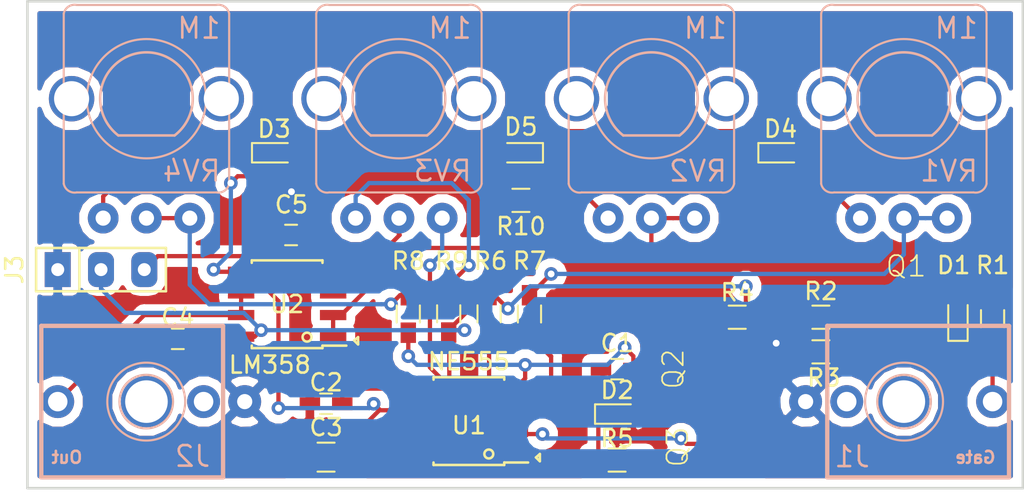
<source format=kicad_pcb>
(kicad_pcb (version 20171130) (host pcbnew "(5.0.0)")

  (general
    (thickness 1.6)
    (drawings 4)
    (tracks 185)
    (zones 0)
    (modules 32)
    (nets 28)
  )

  (page A4)
  (layers
    (0 F.Cu signal)
    (31 B.Cu signal)
    (32 B.Adhes user)
    (33 F.Adhes user)
    (34 B.Paste user)
    (35 F.Paste user)
    (36 B.SilkS user)
    (37 F.SilkS user)
    (38 B.Mask user)
    (39 F.Mask user)
    (40 Dwgs.User user)
    (41 Cmts.User user)
    (42 Eco1.User user)
    (43 Eco2.User user)
    (44 Edge.Cuts user)
    (45 Margin user)
    (46 B.CrtYd user)
    (47 F.CrtYd user)
    (48 B.Fab user)
    (49 F.Fab user)
  )

  (setup
    (last_trace_width 0.25)
    (trace_clearance 0.2)
    (zone_clearance 0.508)
    (zone_45_only no)
    (trace_min 0.2)
    (segment_width 0.2)
    (edge_width 0.15)
    (via_size 0.8)
    (via_drill 0.4)
    (via_min_size 0.4)
    (via_min_drill 0.3)
    (uvia_size 0.3)
    (uvia_drill 0.1)
    (uvias_allowed no)
    (uvia_min_size 0.2)
    (uvia_min_drill 0.1)
    (pcb_text_width 0.3)
    (pcb_text_size 1.5 1.5)
    (mod_edge_width 0.15)
    (mod_text_size 1 1)
    (mod_text_width 0.15)
    (pad_size 1.524 1.524)
    (pad_drill 0.762)
    (pad_to_mask_clearance 0.2)
    (aux_axis_origin 0 0)
    (visible_elements 7FFFFFFF)
    (pcbplotparams
      (layerselection 0x010fc_ffffffff)
      (usegerberextensions false)
      (usegerberattributes false)
      (usegerberadvancedattributes false)
      (creategerberjobfile false)
      (excludeedgelayer true)
      (linewidth 0.100000)
      (plotframeref false)
      (viasonmask false)
      (mode 1)
      (useauxorigin false)
      (hpglpennumber 1)
      (hpglpenspeed 20)
      (hpglpendiameter 15.000000)
      (psnegative false)
      (psa4output false)
      (plotreference true)
      (plotvalue true)
      (plotinvisibletext false)
      (padsonsilk false)
      (subtractmaskfromsilk false)
      (outputformat 1)
      (mirror false)
      (drillshape 1)
      (scaleselection 1)
      (outputdirectory ""))
  )

  (net 0 "")
  (net 1 "Net-(C1-Pad1)")
  (net 2 "Net-(C1-Pad2)")
  (net 3 "Net-(C2-Pad2)")
  (net 4 GND)
  (net 5 "Net-(C3-Pad2)")
  (net 6 "Net-(D1-Pad1)")
  (net 7 "Net-(D3-Pad1)")
  (net 8 "Net-(D4-Pad2)")
  (net 9 "Net-(D5-Pad1)")
  (net 10 "Net-(J1-Pad3)")
  (net 11 "Net-(J1-Pad2)")
  (net 12 "Net-(J2-Pad2)")
  (net 13 "Net-(J2-Pad3)")
  (net 14 "Net-(Q1-Pad3)")
  (net 15 +12V)
  (net 16 "Net-(Q2-Pad1)")
  (net 17 "Net-(Q3-Pad1)")
  (net 18 "Net-(Q3-Pad3)")
  (net 19 "Net-(R7-Pad1)")
  (net 20 "Net-(R7-Pad2)")
  (net 21 "Net-(R8-Pad1)")
  (net 22 "Net-(R9-Pad2)")
  (net 23 "Net-(R10-Pad2)")
  (net 24 "Net-(R10-Pad1)")
  (net 25 "Net-(RV3-Pad2)")
  (net 26 "Net-(RV3-Pad1)")
  (net 27 -12V)

  (net_class Default "This is the default net class."
    (clearance 0.2)
    (trace_width 0.25)
    (via_dia 0.8)
    (via_drill 0.4)
    (uvia_dia 0.3)
    (uvia_drill 0.1)
    (add_net +12V)
    (add_net -12V)
    (add_net GND)
    (add_net "Net-(C1-Pad1)")
    (add_net "Net-(C1-Pad2)")
    (add_net "Net-(C2-Pad2)")
    (add_net "Net-(C3-Pad2)")
    (add_net "Net-(D1-Pad1)")
    (add_net "Net-(D3-Pad1)")
    (add_net "Net-(D4-Pad2)")
    (add_net "Net-(D5-Pad1)")
    (add_net "Net-(J1-Pad2)")
    (add_net "Net-(J1-Pad3)")
    (add_net "Net-(J2-Pad2)")
    (add_net "Net-(J2-Pad3)")
    (add_net "Net-(Q1-Pad3)")
    (add_net "Net-(Q2-Pad1)")
    (add_net "Net-(Q3-Pad1)")
    (add_net "Net-(Q3-Pad3)")
    (add_net "Net-(R10-Pad1)")
    (add_net "Net-(R10-Pad2)")
    (add_net "Net-(R7-Pad1)")
    (add_net "Net-(R7-Pad2)")
    (add_net "Net-(R8-Pad1)")
    (add_net "Net-(R9-Pad2)")
    (add_net "Net-(RV3-Pad1)")
    (add_net "Net-(RV3-Pad2)")
  )

  (module Capacitors_SMD:C_0603_HandSoldering (layer F.Cu) (tedit 58AA848B) (tstamp 5BDC17AA)
    (at 58.74 53.34)
    (descr "Capacitor SMD 0603, hand soldering")
    (tags "capacitor 0603")
    (path /5BDB986C)
    (attr smd)
    (fp_text reference C1 (at 0 -1.524) (layer F.SilkS)
      (effects (font (size 1 1) (thickness 0.15)))
    )
    (fp_text value 10n (at 0 1.5) (layer F.Fab)
      (effects (font (size 1 1) (thickness 0.15)))
    )
    (fp_text user %R (at 0 -1.25) (layer F.Fab)
      (effects (font (size 1 1) (thickness 0.15)))
    )
    (fp_line (start -0.8 0.4) (end -0.8 -0.4) (layer F.Fab) (width 0.1))
    (fp_line (start 0.8 0.4) (end -0.8 0.4) (layer F.Fab) (width 0.1))
    (fp_line (start 0.8 -0.4) (end 0.8 0.4) (layer F.Fab) (width 0.1))
    (fp_line (start -0.8 -0.4) (end 0.8 -0.4) (layer F.Fab) (width 0.1))
    (fp_line (start -0.35 -0.6) (end 0.35 -0.6) (layer F.SilkS) (width 0.12))
    (fp_line (start 0.35 0.6) (end -0.35 0.6) (layer F.SilkS) (width 0.12))
    (fp_line (start -1.8 -0.65) (end 1.8 -0.65) (layer F.CrtYd) (width 0.05))
    (fp_line (start -1.8 -0.65) (end -1.8 0.65) (layer F.CrtYd) (width 0.05))
    (fp_line (start 1.8 0.65) (end 1.8 -0.65) (layer F.CrtYd) (width 0.05))
    (fp_line (start 1.8 0.65) (end -1.8 0.65) (layer F.CrtYd) (width 0.05))
    (pad 1 smd rect (at -0.95 0) (size 1.2 0.75) (layers F.Cu F.Paste F.Mask)
      (net 1 "Net-(C1-Pad1)"))
    (pad 2 smd rect (at 0.95 0) (size 1.2 0.75) (layers F.Cu F.Paste F.Mask)
      (net 2 "Net-(C1-Pad2)"))
    (model Capacitors_SMD.3dshapes/C_0603.wrl
      (at (xyz 0 0 0))
      (scale (xyz 1 1 1))
      (rotate (xyz 0 0 0))
    )
  )

  (module Capacitors_SMD:C_0603_HandSoldering (layer F.Cu) (tedit 58AA848B) (tstamp 5BDBC08F)
    (at 41.656 55.372)
    (descr "Capacitor SMD 0603, hand soldering")
    (tags "capacitor 0603")
    (path /5BDBB9F6)
    (attr smd)
    (fp_text reference C2 (at 0 -1.25) (layer F.SilkS)
      (effects (font (size 1 1) (thickness 0.15)))
    )
    (fp_text value 10n (at 0 1.5) (layer F.Fab)
      (effects (font (size 1 1) (thickness 0.15)))
    )
    (fp_line (start 1.8 0.65) (end -1.8 0.65) (layer F.CrtYd) (width 0.05))
    (fp_line (start 1.8 0.65) (end 1.8 -0.65) (layer F.CrtYd) (width 0.05))
    (fp_line (start -1.8 -0.65) (end -1.8 0.65) (layer F.CrtYd) (width 0.05))
    (fp_line (start -1.8 -0.65) (end 1.8 -0.65) (layer F.CrtYd) (width 0.05))
    (fp_line (start 0.35 0.6) (end -0.35 0.6) (layer F.SilkS) (width 0.12))
    (fp_line (start -0.35 -0.6) (end 0.35 -0.6) (layer F.SilkS) (width 0.12))
    (fp_line (start -0.8 -0.4) (end 0.8 -0.4) (layer F.Fab) (width 0.1))
    (fp_line (start 0.8 -0.4) (end 0.8 0.4) (layer F.Fab) (width 0.1))
    (fp_line (start 0.8 0.4) (end -0.8 0.4) (layer F.Fab) (width 0.1))
    (fp_line (start -0.8 0.4) (end -0.8 -0.4) (layer F.Fab) (width 0.1))
    (fp_text user %R (at 0 -1.25) (layer F.Fab)
      (effects (font (size 1 1) (thickness 0.15)))
    )
    (pad 2 smd rect (at 0.95 0) (size 1.2 0.75) (layers F.Cu F.Paste F.Mask)
      (net 3 "Net-(C2-Pad2)"))
    (pad 1 smd rect (at -0.95 0) (size 1.2 0.75) (layers F.Cu F.Paste F.Mask)
      (net 4 GND))
    (model Capacitors_SMD.3dshapes/C_0603.wrl
      (at (xyz 0 0 0))
      (scale (xyz 1 1 1))
      (rotate (xyz 0 0 0))
    )
  )

  (module Capacitors_SMD:C_0805_HandSoldering (layer F.Cu) (tedit 58AA84A8) (tstamp 5BDBC0A0)
    (at 41.656 58.504)
    (descr "Capacitor SMD 0805, hand soldering")
    (tags "capacitor 0805")
    (path /5BDE4EAA)
    (attr smd)
    (fp_text reference C3 (at 0 -1.75) (layer F.SilkS)
      (effects (font (size 1 1) (thickness 0.15)))
    )
    (fp_text value 4u7 (at 0 1.75) (layer F.Fab)
      (effects (font (size 1 1) (thickness 0.15)))
    )
    (fp_line (start 2.25 0.87) (end -2.25 0.87) (layer F.CrtYd) (width 0.05))
    (fp_line (start 2.25 0.87) (end 2.25 -0.88) (layer F.CrtYd) (width 0.05))
    (fp_line (start -2.25 -0.88) (end -2.25 0.87) (layer F.CrtYd) (width 0.05))
    (fp_line (start -2.25 -0.88) (end 2.25 -0.88) (layer F.CrtYd) (width 0.05))
    (fp_line (start -0.5 0.85) (end 0.5 0.85) (layer F.SilkS) (width 0.12))
    (fp_line (start 0.5 -0.85) (end -0.5 -0.85) (layer F.SilkS) (width 0.12))
    (fp_line (start -1 -0.62) (end 1 -0.62) (layer F.Fab) (width 0.1))
    (fp_line (start 1 -0.62) (end 1 0.62) (layer F.Fab) (width 0.1))
    (fp_line (start 1 0.62) (end -1 0.62) (layer F.Fab) (width 0.1))
    (fp_line (start -1 0.62) (end -1 -0.62) (layer F.Fab) (width 0.1))
    (fp_text user %R (at 0 -1.75) (layer F.Fab)
      (effects (font (size 1 1) (thickness 0.15)))
    )
    (pad 2 smd rect (at 1.25 0) (size 1.5 1.25) (layers F.Cu F.Paste F.Mask)
      (net 5 "Net-(C3-Pad2)"))
    (pad 1 smd rect (at -1.25 0) (size 1.5 1.25) (layers F.Cu F.Paste F.Mask)
      (net 4 GND))
    (model Capacitors_SMD.3dshapes/C_0805.wrl
      (at (xyz 0 0 0))
      (scale (xyz 1 1 1))
      (rotate (xyz 0 0 0))
    )
  )

  (module Diodes_SMD:D_0603 (layer F.Cu) (tedit 590CE922) (tstamp 5BDBEA3A)
    (at 78.74 50.38 90)
    (descr "Diode SMD in 0603 package http://datasheets.avx.com/schottky.pdf")
    (tags "smd diode")
    (path /5BDB97A9)
    (attr smd)
    (fp_text reference D1 (at 3.136 -0.254 180) (layer F.SilkS)
      (effects (font (size 1 1) (thickness 0.15)))
    )
    (fp_text value 1n4148 (at 0 1.4 90) (layer F.Fab)
      (effects (font (size 1 1) (thickness 0.15)))
    )
    (fp_line (start -1.3 -0.57) (end 0.8 -0.57) (layer F.SilkS) (width 0.12))
    (fp_line (start -1.3 0.57) (end 0.8 0.57) (layer F.SilkS) (width 0.12))
    (fp_line (start -0.8 -0.45) (end 0.8 -0.45) (layer F.Fab) (width 0.1))
    (fp_line (start 0.8 -0.45) (end 0.8 0.45) (layer F.Fab) (width 0.1))
    (fp_line (start 0.8 0.45) (end -0.8 0.45) (layer F.Fab) (width 0.1))
    (fp_line (start -0.8 0.45) (end -0.8 -0.45) (layer F.Fab) (width 0.1))
    (fp_line (start 0.2 -0.2) (end -0.1 0) (layer F.Fab) (width 0.1))
    (fp_line (start -0.1 0) (end 0.2 0.2) (layer F.Fab) (width 0.1))
    (fp_line (start 0.2 0.2) (end 0.2 -0.2) (layer F.Fab) (width 0.1))
    (fp_line (start -0.1 -0.2) (end -0.1 0.2) (layer F.Fab) (width 0.1))
    (fp_line (start -0.1 0) (end -0.3 0) (layer F.Fab) (width 0.1))
    (fp_line (start 0.2 0) (end 0.4 0) (layer F.Fab) (width 0.1))
    (fp_line (start 1.4 -0.67) (end -1.4 -0.67) (layer F.CrtYd) (width 0.05))
    (fp_line (start -1.4 -0.67) (end -1.4 0.67) (layer F.CrtYd) (width 0.05))
    (fp_line (start -1.4 0.67) (end 1.4 0.67) (layer F.CrtYd) (width 0.05))
    (fp_line (start 1.4 0.67) (end 1.4 -0.67) (layer F.CrtYd) (width 0.05))
    (fp_line (start -1.3 -0.57) (end -1.3 0.57) (layer F.SilkS) (width 0.12))
    (fp_text user %R (at 0 -1.4 90) (layer F.Fab)
      (effects (font (size 1 1) (thickness 0.15)))
    )
    (pad 2 smd rect (at 0.85 0 90) (size 0.6 0.8) (layers F.Cu F.Paste F.Mask)
      (net 4 GND))
    (pad 1 smd rect (at -0.85 0 90) (size 0.6 0.8) (layers F.Cu F.Paste F.Mask)
      (net 6 "Net-(D1-Pad1)"))
    (model ${KISYS3DMOD}/Diodes_SMD.3dshapes/D_0603.wrl
      (at (xyz 0 0 0))
      (scale (xyz 1 1 1))
      (rotate (xyz 0 0 0))
    )
  )

  (module Diodes_SMD:D_0603 (layer F.Cu) (tedit 590CE922) (tstamp 5BDBC0D0)
    (at 58.74 55.9745)
    (descr "Diode SMD in 0603 package http://datasheets.avx.com/schottky.pdf")
    (tags "smd diode")
    (path /5BDB9E2D)
    (attr smd)
    (fp_text reference D2 (at 0 -1.4) (layer F.SilkS)
      (effects (font (size 1 1) (thickness 0.15)))
    )
    (fp_text value 1n4148 (at 0 1.4) (layer F.Fab)
      (effects (font (size 1 1) (thickness 0.15)))
    )
    (fp_text user %R (at 0 -1.4) (layer F.Fab)
      (effects (font (size 1 1) (thickness 0.15)))
    )
    (fp_line (start -1.3 -0.57) (end -1.3 0.57) (layer F.SilkS) (width 0.12))
    (fp_line (start 1.4 0.67) (end 1.4 -0.67) (layer F.CrtYd) (width 0.05))
    (fp_line (start -1.4 0.67) (end 1.4 0.67) (layer F.CrtYd) (width 0.05))
    (fp_line (start -1.4 -0.67) (end -1.4 0.67) (layer F.CrtYd) (width 0.05))
    (fp_line (start 1.4 -0.67) (end -1.4 -0.67) (layer F.CrtYd) (width 0.05))
    (fp_line (start 0.2 0) (end 0.4 0) (layer F.Fab) (width 0.1))
    (fp_line (start -0.1 0) (end -0.3 0) (layer F.Fab) (width 0.1))
    (fp_line (start -0.1 -0.2) (end -0.1 0.2) (layer F.Fab) (width 0.1))
    (fp_line (start 0.2 0.2) (end 0.2 -0.2) (layer F.Fab) (width 0.1))
    (fp_line (start -0.1 0) (end 0.2 0.2) (layer F.Fab) (width 0.1))
    (fp_line (start 0.2 -0.2) (end -0.1 0) (layer F.Fab) (width 0.1))
    (fp_line (start -0.8 0.45) (end -0.8 -0.45) (layer F.Fab) (width 0.1))
    (fp_line (start 0.8 0.45) (end -0.8 0.45) (layer F.Fab) (width 0.1))
    (fp_line (start 0.8 -0.45) (end 0.8 0.45) (layer F.Fab) (width 0.1))
    (fp_line (start -0.8 -0.45) (end 0.8 -0.45) (layer F.Fab) (width 0.1))
    (fp_line (start -1.3 0.57) (end 0.8 0.57) (layer F.SilkS) (width 0.12))
    (fp_line (start -1.3 -0.57) (end 0.8 -0.57) (layer F.SilkS) (width 0.12))
    (pad 1 smd rect (at -0.85 0) (size 0.6 0.8) (layers F.Cu F.Paste F.Mask)
      (net 1 "Net-(C1-Pad1)"))
    (pad 2 smd rect (at 0.85 0) (size 0.6 0.8) (layers F.Cu F.Paste F.Mask)
      (net 4 GND))
    (model ${KISYS3DMOD}/Diodes_SMD.3dshapes/D_0603.wrl
      (at (xyz 0 0 0))
      (scale (xyz 1 1 1))
      (rotate (xyz 0 0 0))
    )
  )

  (module Diodes_SMD:D_0603 (layer F.Cu) (tedit 590CE922) (tstamp 5BDBC0E8)
    (at 38.608 40.64)
    (descr "Diode SMD in 0603 package http://datasheets.avx.com/schottky.pdf")
    (tags "smd diode")
    (path /5BDCA532)
    (attr smd)
    (fp_text reference D3 (at 0 -1.4) (layer F.SilkS)
      (effects (font (size 1 1) (thickness 0.15)))
    )
    (fp_text value 1n4148 (at 0 1.4) (layer F.Fab)
      (effects (font (size 1 1) (thickness 0.15)))
    )
    (fp_line (start -1.3 -0.57) (end 0.8 -0.57) (layer F.SilkS) (width 0.12))
    (fp_line (start -1.3 0.57) (end 0.8 0.57) (layer F.SilkS) (width 0.12))
    (fp_line (start -0.8 -0.45) (end 0.8 -0.45) (layer F.Fab) (width 0.1))
    (fp_line (start 0.8 -0.45) (end 0.8 0.45) (layer F.Fab) (width 0.1))
    (fp_line (start 0.8 0.45) (end -0.8 0.45) (layer F.Fab) (width 0.1))
    (fp_line (start -0.8 0.45) (end -0.8 -0.45) (layer F.Fab) (width 0.1))
    (fp_line (start 0.2 -0.2) (end -0.1 0) (layer F.Fab) (width 0.1))
    (fp_line (start -0.1 0) (end 0.2 0.2) (layer F.Fab) (width 0.1))
    (fp_line (start 0.2 0.2) (end 0.2 -0.2) (layer F.Fab) (width 0.1))
    (fp_line (start -0.1 -0.2) (end -0.1 0.2) (layer F.Fab) (width 0.1))
    (fp_line (start -0.1 0) (end -0.3 0) (layer F.Fab) (width 0.1))
    (fp_line (start 0.2 0) (end 0.4 0) (layer F.Fab) (width 0.1))
    (fp_line (start 1.4 -0.67) (end -1.4 -0.67) (layer F.CrtYd) (width 0.05))
    (fp_line (start -1.4 -0.67) (end -1.4 0.67) (layer F.CrtYd) (width 0.05))
    (fp_line (start -1.4 0.67) (end 1.4 0.67) (layer F.CrtYd) (width 0.05))
    (fp_line (start 1.4 0.67) (end 1.4 -0.67) (layer F.CrtYd) (width 0.05))
    (fp_line (start -1.3 -0.57) (end -1.3 0.57) (layer F.SilkS) (width 0.12))
    (fp_text user %R (at 0 -1.4) (layer F.Fab)
      (effects (font (size 1 1) (thickness 0.15)))
    )
    (pad 2 smd rect (at 0.85 0) (size 0.6 0.8) (layers F.Cu F.Paste F.Mask)
      (net 5 "Net-(C3-Pad2)"))
    (pad 1 smd rect (at -0.85 0) (size 0.6 0.8) (layers F.Cu F.Paste F.Mask)
      (net 7 "Net-(D3-Pad1)"))
    (model ${KISYS3DMOD}/Diodes_SMD.3dshapes/D_0603.wrl
      (at (xyz 0 0 0))
      (scale (xyz 1 1 1))
      (rotate (xyz 0 0 0))
    )
  )

  (module Diodes_SMD:D_0603 (layer F.Cu) (tedit 590CE922) (tstamp 5BDBC100)
    (at 68.326 40.64)
    (descr "Diode SMD in 0603 package http://datasheets.avx.com/schottky.pdf")
    (tags "smd diode")
    (path /5BDBE44F)
    (attr smd)
    (fp_text reference D4 (at 0 -1.4) (layer F.SilkS)
      (effects (font (size 1 1) (thickness 0.15)))
    )
    (fp_text value 1n4148 (at 0 1.4) (layer F.Fab)
      (effects (font (size 1 1) (thickness 0.15)))
    )
    (fp_text user %R (at 0 -1.4) (layer F.Fab)
      (effects (font (size 1 1) (thickness 0.15)))
    )
    (fp_line (start -1.3 -0.57) (end -1.3 0.57) (layer F.SilkS) (width 0.12))
    (fp_line (start 1.4 0.67) (end 1.4 -0.67) (layer F.CrtYd) (width 0.05))
    (fp_line (start -1.4 0.67) (end 1.4 0.67) (layer F.CrtYd) (width 0.05))
    (fp_line (start -1.4 -0.67) (end -1.4 0.67) (layer F.CrtYd) (width 0.05))
    (fp_line (start 1.4 -0.67) (end -1.4 -0.67) (layer F.CrtYd) (width 0.05))
    (fp_line (start 0.2 0) (end 0.4 0) (layer F.Fab) (width 0.1))
    (fp_line (start -0.1 0) (end -0.3 0) (layer F.Fab) (width 0.1))
    (fp_line (start -0.1 -0.2) (end -0.1 0.2) (layer F.Fab) (width 0.1))
    (fp_line (start 0.2 0.2) (end 0.2 -0.2) (layer F.Fab) (width 0.1))
    (fp_line (start -0.1 0) (end 0.2 0.2) (layer F.Fab) (width 0.1))
    (fp_line (start 0.2 -0.2) (end -0.1 0) (layer F.Fab) (width 0.1))
    (fp_line (start -0.8 0.45) (end -0.8 -0.45) (layer F.Fab) (width 0.1))
    (fp_line (start 0.8 0.45) (end -0.8 0.45) (layer F.Fab) (width 0.1))
    (fp_line (start 0.8 -0.45) (end 0.8 0.45) (layer F.Fab) (width 0.1))
    (fp_line (start -0.8 -0.45) (end 0.8 -0.45) (layer F.Fab) (width 0.1))
    (fp_line (start -1.3 0.57) (end 0.8 0.57) (layer F.SilkS) (width 0.12))
    (fp_line (start -1.3 -0.57) (end 0.8 -0.57) (layer F.SilkS) (width 0.12))
    (pad 1 smd rect (at -0.85 0) (size 0.6 0.8) (layers F.Cu F.Paste F.Mask)
      (net 5 "Net-(C3-Pad2)"))
    (pad 2 smd rect (at 0.85 0) (size 0.6 0.8) (layers F.Cu F.Paste F.Mask)
      (net 8 "Net-(D4-Pad2)"))
    (model ${KISYS3DMOD}/Diodes_SMD.3dshapes/D_0603.wrl
      (at (xyz 0 0 0))
      (scale (xyz 1 1 1))
      (rotate (xyz 0 0 0))
    )
  )

  (module Diodes_SMD:D_0603 (layer F.Cu) (tedit 590CE922) (tstamp 5BDBEE54)
    (at 53.086 40.64 180)
    (descr "Diode SMD in 0603 package http://datasheets.avx.com/schottky.pdf")
    (tags "smd diode")
    (path /5BDC74EE)
    (attr smd)
    (fp_text reference D5 (at 0 1.524 180) (layer F.SilkS)
      (effects (font (size 1 1) (thickness 0.15)))
    )
    (fp_text value 1n4148 (at 0 1.4 180) (layer F.Fab)
      (effects (font (size 1 1) (thickness 0.15)))
    )
    (fp_line (start -1.3 -0.57) (end 0.8 -0.57) (layer F.SilkS) (width 0.12))
    (fp_line (start -1.3 0.57) (end 0.8 0.57) (layer F.SilkS) (width 0.12))
    (fp_line (start -0.8 -0.45) (end 0.8 -0.45) (layer F.Fab) (width 0.1))
    (fp_line (start 0.8 -0.45) (end 0.8 0.45) (layer F.Fab) (width 0.1))
    (fp_line (start 0.8 0.45) (end -0.8 0.45) (layer F.Fab) (width 0.1))
    (fp_line (start -0.8 0.45) (end -0.8 -0.45) (layer F.Fab) (width 0.1))
    (fp_line (start 0.2 -0.2) (end -0.1 0) (layer F.Fab) (width 0.1))
    (fp_line (start -0.1 0) (end 0.2 0.2) (layer F.Fab) (width 0.1))
    (fp_line (start 0.2 0.2) (end 0.2 -0.2) (layer F.Fab) (width 0.1))
    (fp_line (start -0.1 -0.2) (end -0.1 0.2) (layer F.Fab) (width 0.1))
    (fp_line (start -0.1 0) (end -0.3 0) (layer F.Fab) (width 0.1))
    (fp_line (start 0.2 0) (end 0.4 0) (layer F.Fab) (width 0.1))
    (fp_line (start 1.4 -0.67) (end -1.4 -0.67) (layer F.CrtYd) (width 0.05))
    (fp_line (start -1.4 -0.67) (end -1.4 0.67) (layer F.CrtYd) (width 0.05))
    (fp_line (start -1.4 0.67) (end 1.4 0.67) (layer F.CrtYd) (width 0.05))
    (fp_line (start 1.4 0.67) (end 1.4 -0.67) (layer F.CrtYd) (width 0.05))
    (fp_line (start -1.3 -0.57) (end -1.3 0.57) (layer F.SilkS) (width 0.12))
    (fp_text user %R (at 0 -1.4 180) (layer F.Fab)
      (effects (font (size 1 1) (thickness 0.15)))
    )
    (pad 2 smd rect (at 0.85 0 180) (size 0.6 0.8) (layers F.Cu F.Paste F.Mask)
      (net 5 "Net-(C3-Pad2)"))
    (pad 1 smd rect (at -0.85 0 180) (size 0.6 0.8) (layers F.Cu F.Paste F.Mask)
      (net 9 "Net-(D5-Pad1)"))
    (model ${KISYS3DMOD}/Diodes_SMD.3dshapes/D_0603.wrl
      (at (xyz 0 0 0))
      (scale (xyz 1 1 1))
      (rotate (xyz 0 0 0))
    )
  )

  (module 4ms-footprints:PJ301M-12 (layer B.Cu) (tedit 5B6F6854) (tstamp 5BDBC128)
    (at 75.565 55.245 180)
    (path /5BDB96B0)
    (fp_text reference J1 (at 1.905 -3.937 180) (layer B.SilkS)
      (effects (font (size 1.2065 1.2065) (thickness 0.1524)) (justify left bottom mirror))
    )
    (fp_text value Gate (at -5.461 -3.683 180) (layer B.SilkS)
      (effects (font (size 0.7 0.7) (thickness 0.1524)) (justify left bottom mirror))
    )
    (fp_line (start 4.4958 4.445) (end -6.1722 4.445) (layer B.SilkS) (width 0.254))
    (fp_line (start -6.1722 4.445) (end -6.1722 -4.445) (layer B.SilkS) (width 0.254))
    (fp_line (start -6.1722 -4.445) (end 4.4958 -4.445) (layer B.SilkS) (width 0.254))
    (fp_line (start 4.4958 -4.445) (end 4.4958 4.445) (layer B.SilkS) (width 0.254))
    (fp_circle (center -0.0127 0) (end 1.5621 0) (layer B.SilkS) (width 0.127))
    (fp_circle (center -0.0127 0) (end 2.2733 0) (layer B.SilkS) (width 0.127))
    (fp_circle (center -0.0127 0) (end 1.5113 0) (layer Cmts.User) (width 0))
    (fp_circle (center 0 0) (end 3.175 0) (layer Cmts.User) (width 0.0254))
    (pad 3 thru_hole circle (at -5.207 0 180) (size 1.9304 1.9304) (drill 1.143) (layers *.Cu *.Mask)
      (net 10 "Net-(J1-Pad3)") (solder_mask_margin 0.127))
    (pad 1 thru_hole circle (at 5.7658 0 180) (size 1.9304 1.9304) (drill 0.889) (layers *.Cu *.Mask)
      (net 4 GND) (solder_mask_margin 0.127))
    (pad 2 thru_hole circle (at 3.3528 0 180) (size 1.9304 1.9304) (drill 1.143) (layers *.Cu *.Mask)
      (net 11 "Net-(J1-Pad2)") (solder_mask_margin 0.127))
    (pad "" np_thru_hole circle (at 0 0 180) (size 3 3) (drill 2.5) (layers *.Cu *.Mask))
    (model ${GDOC}/_lib/packages3d/PJ301M-12.WRL
      (offset (xyz -0.8889999866485596 0.4063999938964844 0))
      (scale (xyz 393 393 393))
      (rotate (xyz 0 0 -90))
    )
  )

  (module 4ms-footprints:PJ301M-12 (layer B.Cu) (tedit 5B6F6854) (tstamp 5BDBC138)
    (at 31.115 55.245)
    (path /5BDB96F6)
    (fp_text reference J2 (at 3.8354 3.9116) (layer B.SilkS)
      (effects (font (size 1.2065 1.2065) (thickness 0.1524)) (justify left bottom mirror))
    )
    (fp_text value Out (at -3.683 3.683) (layer B.SilkS)
      (effects (font (size 0.7 0.7) (thickness 0.1524)) (justify left bottom mirror))
    )
    (fp_circle (center 0 0) (end 3.175 0) (layer Cmts.User) (width 0.0254))
    (fp_circle (center -0.0127 0) (end 1.5113 0) (layer Cmts.User) (width 0))
    (fp_circle (center -0.0127 0) (end 2.2733 0) (layer B.SilkS) (width 0.127))
    (fp_circle (center -0.0127 0) (end 1.5621 0) (layer B.SilkS) (width 0.127))
    (fp_line (start 4.4958 -4.445) (end 4.4958 4.445) (layer B.SilkS) (width 0.254))
    (fp_line (start -6.1722 -4.445) (end 4.4958 -4.445) (layer B.SilkS) (width 0.254))
    (fp_line (start -6.1722 4.445) (end -6.1722 -4.445) (layer B.SilkS) (width 0.254))
    (fp_line (start 4.4958 4.445) (end -6.1722 4.445) (layer B.SilkS) (width 0.254))
    (pad "" np_thru_hole circle (at 0 0) (size 3 3) (drill 2.5) (layers *.Cu *.Mask))
    (pad 2 thru_hole circle (at 3.3528 0) (size 1.9304 1.9304) (drill 1.143) (layers *.Cu *.Mask)
      (net 12 "Net-(J2-Pad2)") (solder_mask_margin 0.127))
    (pad 1 thru_hole circle (at 5.7658 0) (size 1.9304 1.9304) (drill 0.889) (layers *.Cu *.Mask)
      (net 4 GND) (solder_mask_margin 0.127))
    (pad 3 thru_hole circle (at -5.207 0) (size 1.9304 1.9304) (drill 1.143) (layers *.Cu *.Mask)
      (net 13 "Net-(J2-Pad3)") (solder_mask_margin 0.127))
    (model ${GDOC}/_lib/packages3d/PJ301M-12.WRL
      (offset (xyz -0.8889999866485596 0.4063999938964844 0))
      (scale (xyz 393 393 393))
      (rotate (xyz 0 0 -90))
    )
  )

  (module Resistors_SMD:R_0603_HandSoldering (layer F.Cu) (tedit 58E0A804) (tstamp 5BDBC149)
    (at 80.772 50.376 270)
    (descr "Resistor SMD 0603, hand soldering")
    (tags "resistor 0603")
    (path /5BDB9750)
    (attr smd)
    (fp_text reference R1 (at -3.132 0) (layer F.SilkS)
      (effects (font (size 1 1) (thickness 0.15)))
    )
    (fp_text value 10k (at 0 1.55 270) (layer F.Fab)
      (effects (font (size 1 1) (thickness 0.15)))
    )
    (fp_text user %R (at 0 0 270) (layer F.Fab)
      (effects (font (size 0.4 0.4) (thickness 0.075)))
    )
    (fp_line (start -0.8 0.4) (end -0.8 -0.4) (layer F.Fab) (width 0.1))
    (fp_line (start 0.8 0.4) (end -0.8 0.4) (layer F.Fab) (width 0.1))
    (fp_line (start 0.8 -0.4) (end 0.8 0.4) (layer F.Fab) (width 0.1))
    (fp_line (start -0.8 -0.4) (end 0.8 -0.4) (layer F.Fab) (width 0.1))
    (fp_line (start 0.5 0.68) (end -0.5 0.68) (layer F.SilkS) (width 0.12))
    (fp_line (start -0.5 -0.68) (end 0.5 -0.68) (layer F.SilkS) (width 0.12))
    (fp_line (start -1.96 -0.7) (end 1.95 -0.7) (layer F.CrtYd) (width 0.05))
    (fp_line (start -1.96 -0.7) (end -1.96 0.7) (layer F.CrtYd) (width 0.05))
    (fp_line (start 1.95 0.7) (end 1.95 -0.7) (layer F.CrtYd) (width 0.05))
    (fp_line (start 1.95 0.7) (end -1.96 0.7) (layer F.CrtYd) (width 0.05))
    (pad 1 smd rect (at -1.1 0 270) (size 1.2 0.9) (layers F.Cu F.Paste F.Mask)
      (net 6 "Net-(D1-Pad1)"))
    (pad 2 smd rect (at 1.1 0 270) (size 1.2 0.9) (layers F.Cu F.Paste F.Mask)
      (net 10 "Net-(J1-Pad3)"))
    (model ${KISYS3DMOD}/Resistors_SMD.3dshapes/R_0603.wrl
      (at (xyz 0 0 0))
      (scale (xyz 1 1 1))
      (rotate (xyz 0 0 0))
    )
  )

  (module Resistors_SMD:R_0603_HandSoldering (layer F.Cu) (tedit 58E0A804) (tstamp 5BDBC15A)
    (at 70.696 50.292 180)
    (descr "Resistor SMD 0603, hand soldering")
    (tags "resistor 0603")
    (path /5BDB9924)
    (attr smd)
    (fp_text reference R2 (at 0 1.524 180) (layer F.SilkS)
      (effects (font (size 1 1) (thickness 0.15)))
    )
    (fp_text value 4k7 (at 0 1.55 180) (layer F.Fab)
      (effects (font (size 1 1) (thickness 0.15)))
    )
    (fp_text user %R (at 0 0 180) (layer F.Fab)
      (effects (font (size 0.4 0.4) (thickness 0.075)))
    )
    (fp_line (start -0.8 0.4) (end -0.8 -0.4) (layer F.Fab) (width 0.1))
    (fp_line (start 0.8 0.4) (end -0.8 0.4) (layer F.Fab) (width 0.1))
    (fp_line (start 0.8 -0.4) (end 0.8 0.4) (layer F.Fab) (width 0.1))
    (fp_line (start -0.8 -0.4) (end 0.8 -0.4) (layer F.Fab) (width 0.1))
    (fp_line (start 0.5 0.68) (end -0.5 0.68) (layer F.SilkS) (width 0.12))
    (fp_line (start -0.5 -0.68) (end 0.5 -0.68) (layer F.SilkS) (width 0.12))
    (fp_line (start -1.96 -0.7) (end 1.95 -0.7) (layer F.CrtYd) (width 0.05))
    (fp_line (start -1.96 -0.7) (end -1.96 0.7) (layer F.CrtYd) (width 0.05))
    (fp_line (start 1.95 0.7) (end 1.95 -0.7) (layer F.CrtYd) (width 0.05))
    (fp_line (start 1.95 0.7) (end -1.96 0.7) (layer F.CrtYd) (width 0.05))
    (pad 1 smd rect (at -1.1 0 180) (size 1.2 0.9) (layers F.Cu F.Paste F.Mask)
      (net 14 "Net-(Q1-Pad3)"))
    (pad 2 smd rect (at 1.1 0 180) (size 1.2 0.9) (layers F.Cu F.Paste F.Mask)
      (net 15 +12V))
    (model ${KISYS3DMOD}/Resistors_SMD.3dshapes/R_0603.wrl
      (at (xyz 0 0 0))
      (scale (xyz 1 1 1))
      (rotate (xyz 0 0 0))
    )
  )

  (module Resistors_SMD:R_0603_HandSoldering (layer F.Cu) (tedit 58E0A804) (tstamp 5BDBC16B)
    (at 70.696 52.324)
    (descr "Resistor SMD 0603, hand soldering")
    (tags "resistor 0603")
    (path /5BDB99AF)
    (attr smd)
    (fp_text reference R3 (at 0.17 1.524) (layer F.SilkS)
      (effects (font (size 1 1) (thickness 0.15)))
    )
    (fp_text value 22k (at 0 1.55) (layer F.Fab)
      (effects (font (size 1 1) (thickness 0.15)))
    )
    (fp_line (start 1.95 0.7) (end -1.96 0.7) (layer F.CrtYd) (width 0.05))
    (fp_line (start 1.95 0.7) (end 1.95 -0.7) (layer F.CrtYd) (width 0.05))
    (fp_line (start -1.96 -0.7) (end -1.96 0.7) (layer F.CrtYd) (width 0.05))
    (fp_line (start -1.96 -0.7) (end 1.95 -0.7) (layer F.CrtYd) (width 0.05))
    (fp_line (start -0.5 -0.68) (end 0.5 -0.68) (layer F.SilkS) (width 0.12))
    (fp_line (start 0.5 0.68) (end -0.5 0.68) (layer F.SilkS) (width 0.12))
    (fp_line (start -0.8 -0.4) (end 0.8 -0.4) (layer F.Fab) (width 0.1))
    (fp_line (start 0.8 -0.4) (end 0.8 0.4) (layer F.Fab) (width 0.1))
    (fp_line (start 0.8 0.4) (end -0.8 0.4) (layer F.Fab) (width 0.1))
    (fp_line (start -0.8 0.4) (end -0.8 -0.4) (layer F.Fab) (width 0.1))
    (fp_text user %R (at 0 0) (layer F.Fab)
      (effects (font (size 0.4 0.4) (thickness 0.075)))
    )
    (pad 2 smd rect (at 1.1 0) (size 1.2 0.9) (layers F.Cu F.Paste F.Mask)
      (net 14 "Net-(Q1-Pad3)"))
    (pad 1 smd rect (at -1.1 0) (size 1.2 0.9) (layers F.Cu F.Paste F.Mask)
      (net 16 "Net-(Q2-Pad1)"))
    (model ${KISYS3DMOD}/Resistors_SMD.3dshapes/R_0603.wrl
      (at (xyz 0 0 0))
      (scale (xyz 1 1 1))
      (rotate (xyz 0 0 0))
    )
  )

  (module Resistors_SMD:R_0603_HandSoldering (layer F.Cu) (tedit 58E0A804) (tstamp 5BDBC17C)
    (at 65.786 50.292)
    (descr "Resistor SMD 0603, hand soldering")
    (tags "resistor 0603")
    (path /5BDB9AEA)
    (attr smd)
    (fp_text reference R4 (at 0 -1.45) (layer F.SilkS)
      (effects (font (size 1 1) (thickness 0.15)))
    )
    (fp_text value 4k7 (at 0 1.55) (layer F.Fab)
      (effects (font (size 1 1) (thickness 0.15)))
    )
    (fp_text user %R (at 0 0) (layer F.Fab)
      (effects (font (size 0.4 0.4) (thickness 0.075)))
    )
    (fp_line (start -0.8 0.4) (end -0.8 -0.4) (layer F.Fab) (width 0.1))
    (fp_line (start 0.8 0.4) (end -0.8 0.4) (layer F.Fab) (width 0.1))
    (fp_line (start 0.8 -0.4) (end 0.8 0.4) (layer F.Fab) (width 0.1))
    (fp_line (start -0.8 -0.4) (end 0.8 -0.4) (layer F.Fab) (width 0.1))
    (fp_line (start 0.5 0.68) (end -0.5 0.68) (layer F.SilkS) (width 0.12))
    (fp_line (start -0.5 -0.68) (end 0.5 -0.68) (layer F.SilkS) (width 0.12))
    (fp_line (start -1.96 -0.7) (end 1.95 -0.7) (layer F.CrtYd) (width 0.05))
    (fp_line (start -1.96 -0.7) (end -1.96 0.7) (layer F.CrtYd) (width 0.05))
    (fp_line (start 1.95 0.7) (end 1.95 -0.7) (layer F.CrtYd) (width 0.05))
    (fp_line (start 1.95 0.7) (end -1.96 0.7) (layer F.CrtYd) (width 0.05))
    (pad 1 smd rect (at -1.1 0) (size 1.2 0.9) (layers F.Cu F.Paste F.Mask)
      (net 2 "Net-(C1-Pad2)"))
    (pad 2 smd rect (at 1.1 0) (size 1.2 0.9) (layers F.Cu F.Paste F.Mask)
      (net 15 +12V))
    (model ${KISYS3DMOD}/Resistors_SMD.3dshapes/R_0603.wrl
      (at (xyz 0 0 0))
      (scale (xyz 1 1 1))
      (rotate (xyz 0 0 0))
    )
  )

  (module Resistors_SMD:R_0603_HandSoldering (layer F.Cu) (tedit 58E0A804) (tstamp 5BDBC18D)
    (at 58.735 58.674 180)
    (descr "Resistor SMD 0603, hand soldering")
    (tags "resistor 0603")
    (path /5BDB9BD0)
    (attr smd)
    (fp_text reference R5 (at 0 1.27 180) (layer F.SilkS)
      (effects (font (size 1 1) (thickness 0.15)))
    )
    (fp_text value 10k (at 0 1.55 180) (layer F.Fab)
      (effects (font (size 1 1) (thickness 0.15)))
    )
    (fp_line (start 1.95 0.7) (end -1.96 0.7) (layer F.CrtYd) (width 0.05))
    (fp_line (start 1.95 0.7) (end 1.95 -0.7) (layer F.CrtYd) (width 0.05))
    (fp_line (start -1.96 -0.7) (end -1.96 0.7) (layer F.CrtYd) (width 0.05))
    (fp_line (start -1.96 -0.7) (end 1.95 -0.7) (layer F.CrtYd) (width 0.05))
    (fp_line (start -0.5 -0.68) (end 0.5 -0.68) (layer F.SilkS) (width 0.12))
    (fp_line (start 0.5 0.68) (end -0.5 0.68) (layer F.SilkS) (width 0.12))
    (fp_line (start -0.8 -0.4) (end 0.8 -0.4) (layer F.Fab) (width 0.1))
    (fp_line (start 0.8 -0.4) (end 0.8 0.4) (layer F.Fab) (width 0.1))
    (fp_line (start 0.8 0.4) (end -0.8 0.4) (layer F.Fab) (width 0.1))
    (fp_line (start -0.8 0.4) (end -0.8 -0.4) (layer F.Fab) (width 0.1))
    (fp_text user %R (at 0 0 180) (layer F.Fab)
      (effects (font (size 0.4 0.4) (thickness 0.075)))
    )
    (pad 2 smd rect (at 1.1 0 180) (size 1.2 0.9) (layers F.Cu F.Paste F.Mask)
      (net 1 "Net-(C1-Pad1)"))
    (pad 1 smd rect (at -1.1 0 180) (size 1.2 0.9) (layers F.Cu F.Paste F.Mask)
      (net 17 "Net-(Q3-Pad1)"))
    (model ${KISYS3DMOD}/Resistors_SMD.3dshapes/R_0603.wrl
      (at (xyz 0 0 0))
      (scale (xyz 1 1 1))
      (rotate (xyz 0 0 0))
    )
  )

  (module Resistors_SMD:R_0603_HandSoldering (layer F.Cu) (tedit 58E0A804) (tstamp 5BDBECB9)
    (at 51.223332 50.090999 90)
    (descr "Resistor SMD 0603, hand soldering")
    (tags "resistor 0603")
    (path /5BDBA318)
    (attr smd)
    (fp_text reference R6 (at 3.100999 0.084668 180) (layer F.SilkS)
      (effects (font (size 1 1) (thickness 0.15)))
    )
    (fp_text value 4k7 (at 0 1.55 90) (layer F.Fab)
      (effects (font (size 1 1) (thickness 0.15)))
    )
    (fp_text user %R (at 0 0 90) (layer F.Fab)
      (effects (font (size 0.4 0.4) (thickness 0.075)))
    )
    (fp_line (start -0.8 0.4) (end -0.8 -0.4) (layer F.Fab) (width 0.1))
    (fp_line (start 0.8 0.4) (end -0.8 0.4) (layer F.Fab) (width 0.1))
    (fp_line (start 0.8 -0.4) (end 0.8 0.4) (layer F.Fab) (width 0.1))
    (fp_line (start -0.8 -0.4) (end 0.8 -0.4) (layer F.Fab) (width 0.1))
    (fp_line (start 0.5 0.68) (end -0.5 0.68) (layer F.SilkS) (width 0.12))
    (fp_line (start -0.5 -0.68) (end 0.5 -0.68) (layer F.SilkS) (width 0.12))
    (fp_line (start -1.96 -0.7) (end 1.95 -0.7) (layer F.CrtYd) (width 0.05))
    (fp_line (start -1.96 -0.7) (end -1.96 0.7) (layer F.CrtYd) (width 0.05))
    (fp_line (start 1.95 0.7) (end 1.95 -0.7) (layer F.CrtYd) (width 0.05))
    (fp_line (start 1.95 0.7) (end -1.96 0.7) (layer F.CrtYd) (width 0.05))
    (pad 1 smd rect (at -1.1 0 90) (size 1.2 0.9) (layers F.Cu F.Paste F.Mask)
      (net 18 "Net-(Q3-Pad3)"))
    (pad 2 smd rect (at 1.1 0 90) (size 1.2 0.9) (layers F.Cu F.Paste F.Mask)
      (net 15 +12V))
    (model ${KISYS3DMOD}/Resistors_SMD.3dshapes/R_0603.wrl
      (at (xyz 0 0 0))
      (scale (xyz 1 1 1))
      (rotate (xyz 0 0 0))
    )
  )

  (module Resistors_SMD:R_0603_HandSoldering (layer F.Cu) (tedit 58E0A804) (tstamp 5BDBC1AF)
    (at 53.594 50.100999 270)
    (descr "Resistor SMD 0603, hand soldering")
    (tags "resistor 0603")
    (path /5BDBD125)
    (attr smd)
    (fp_text reference R7 (at -3.110999 0) (layer F.SilkS)
      (effects (font (size 1 1) (thickness 0.15)))
    )
    (fp_text value 100R (at 0 1.55 270) (layer F.Fab)
      (effects (font (size 1 1) (thickness 0.15)))
    )
    (fp_text user %R (at 0 0 270) (layer F.Fab)
      (effects (font (size 0.4 0.4) (thickness 0.075)))
    )
    (fp_line (start -0.8 0.4) (end -0.8 -0.4) (layer F.Fab) (width 0.1))
    (fp_line (start 0.8 0.4) (end -0.8 0.4) (layer F.Fab) (width 0.1))
    (fp_line (start 0.8 -0.4) (end 0.8 0.4) (layer F.Fab) (width 0.1))
    (fp_line (start -0.8 -0.4) (end 0.8 -0.4) (layer F.Fab) (width 0.1))
    (fp_line (start 0.5 0.68) (end -0.5 0.68) (layer F.SilkS) (width 0.12))
    (fp_line (start -0.5 -0.68) (end 0.5 -0.68) (layer F.SilkS) (width 0.12))
    (fp_line (start -1.96 -0.7) (end 1.95 -0.7) (layer F.CrtYd) (width 0.05))
    (fp_line (start -1.96 -0.7) (end -1.96 0.7) (layer F.CrtYd) (width 0.05))
    (fp_line (start 1.95 0.7) (end 1.95 -0.7) (layer F.CrtYd) (width 0.05))
    (fp_line (start 1.95 0.7) (end -1.96 0.7) (layer F.CrtYd) (width 0.05))
    (pad 1 smd rect (at -1.1 0 270) (size 1.2 0.9) (layers F.Cu F.Paste F.Mask)
      (net 19 "Net-(R7-Pad1)"))
    (pad 2 smd rect (at 1.1 0 270) (size 1.2 0.9) (layers F.Cu F.Paste F.Mask)
      (net 20 "Net-(R7-Pad2)"))
    (model ${KISYS3DMOD}/Resistors_SMD.3dshapes/R_0603.wrl
      (at (xyz 0 0 0))
      (scale (xyz 1 1 1))
      (rotate (xyz 0 0 0))
    )
  )

  (module Resistors_SMD:R_0603_HandSoldering (layer F.Cu) (tedit 58E0A804) (tstamp 5BDBC1C0)
    (at 46.482 50.100999 270)
    (descr "Resistor SMD 0603, hand soldering")
    (tags "resistor 0603")
    (path /5BDD21D6)
    (attr smd)
    (fp_text reference R8 (at -3.110999 0) (layer F.SilkS)
      (effects (font (size 1 1) (thickness 0.15)))
    )
    (fp_text value 100R (at 0 1.55 270) (layer F.Fab)
      (effects (font (size 1 1) (thickness 0.15)))
    )
    (fp_line (start 1.95 0.7) (end -1.96 0.7) (layer F.CrtYd) (width 0.05))
    (fp_line (start 1.95 0.7) (end 1.95 -0.7) (layer F.CrtYd) (width 0.05))
    (fp_line (start -1.96 -0.7) (end -1.96 0.7) (layer F.CrtYd) (width 0.05))
    (fp_line (start -1.96 -0.7) (end 1.95 -0.7) (layer F.CrtYd) (width 0.05))
    (fp_line (start -0.5 -0.68) (end 0.5 -0.68) (layer F.SilkS) (width 0.12))
    (fp_line (start 0.5 0.68) (end -0.5 0.68) (layer F.SilkS) (width 0.12))
    (fp_line (start -0.8 -0.4) (end 0.8 -0.4) (layer F.Fab) (width 0.1))
    (fp_line (start 0.8 -0.4) (end 0.8 0.4) (layer F.Fab) (width 0.1))
    (fp_line (start 0.8 0.4) (end -0.8 0.4) (layer F.Fab) (width 0.1))
    (fp_line (start -0.8 0.4) (end -0.8 -0.4) (layer F.Fab) (width 0.1))
    (fp_text user %R (at 0 0 270) (layer F.Fab)
      (effects (font (size 0.4 0.4) (thickness 0.075)))
    )
    (pad 2 smd rect (at 1.1 0 270) (size 1.2 0.9) (layers F.Cu F.Paste F.Mask)
      (net 2 "Net-(C1-Pad2)"))
    (pad 1 smd rect (at -1.1 0 270) (size 1.2 0.9) (layers F.Cu F.Paste F.Mask)
      (net 21 "Net-(R8-Pad1)"))
    (model ${KISYS3DMOD}/Resistors_SMD.3dshapes/R_0603.wrl
      (at (xyz 0 0 0))
      (scale (xyz 1 1 1))
      (rotate (xyz 0 0 0))
    )
  )

  (module Resistors_SMD:R_0603_HandSoldering (layer F.Cu) (tedit 58E0A804) (tstamp 5BDBC1D1)
    (at 48.852666 50.090999 90)
    (descr "Resistor SMD 0603, hand soldering")
    (tags "resistor 0603")
    (path /5BDBF3E4)
    (attr smd)
    (fp_text reference R9 (at 3.100999 0.169334 180) (layer F.SilkS)
      (effects (font (size 1 1) (thickness 0.15)))
    )
    (fp_text value 4k7 (at 0 1.55 90) (layer F.Fab)
      (effects (font (size 1 1) (thickness 0.15)))
    )
    (fp_line (start 1.95 0.7) (end -1.96 0.7) (layer F.CrtYd) (width 0.05))
    (fp_line (start 1.95 0.7) (end 1.95 -0.7) (layer F.CrtYd) (width 0.05))
    (fp_line (start -1.96 -0.7) (end -1.96 0.7) (layer F.CrtYd) (width 0.05))
    (fp_line (start -1.96 -0.7) (end 1.95 -0.7) (layer F.CrtYd) (width 0.05))
    (fp_line (start -0.5 -0.68) (end 0.5 -0.68) (layer F.SilkS) (width 0.12))
    (fp_line (start 0.5 0.68) (end -0.5 0.68) (layer F.SilkS) (width 0.12))
    (fp_line (start -0.8 -0.4) (end 0.8 -0.4) (layer F.Fab) (width 0.1))
    (fp_line (start 0.8 -0.4) (end 0.8 0.4) (layer F.Fab) (width 0.1))
    (fp_line (start 0.8 0.4) (end -0.8 0.4) (layer F.Fab) (width 0.1))
    (fp_line (start -0.8 0.4) (end -0.8 -0.4) (layer F.Fab) (width 0.1))
    (fp_text user %R (at 0 0 90) (layer F.Fab)
      (effects (font (size 0.4 0.4) (thickness 0.075)))
    )
    (pad 2 smd rect (at 1.1 0 90) (size 1.2 0.9) (layers F.Cu F.Paste F.Mask)
      (net 22 "Net-(R9-Pad2)"))
    (pad 1 smd rect (at -1.1 0 90) (size 1.2 0.9) (layers F.Cu F.Paste F.Mask)
      (net 15 +12V))
    (model ${KISYS3DMOD}/Resistors_SMD.3dshapes/R_0603.wrl
      (at (xyz 0 0 0))
      (scale (xyz 1 1 1))
      (rotate (xyz 0 0 0))
    )
  )

  (module Resistors_SMD:R_0603_HandSoldering (layer F.Cu) (tedit 58E0A804) (tstamp 5BDBEFA5)
    (at 53.091 43.434)
    (descr "Resistor SMD 0603, hand soldering")
    (tags "resistor 0603")
    (path /5BDC36FD)
    (attr smd)
    (fp_text reference R10 (at 0 1.524) (layer F.SilkS)
      (effects (font (size 1 1) (thickness 0.15)))
    )
    (fp_text value 100R (at 0 1.55) (layer F.Fab)
      (effects (font (size 1 1) (thickness 0.15)))
    )
    (fp_line (start 1.95 0.7) (end -1.96 0.7) (layer F.CrtYd) (width 0.05))
    (fp_line (start 1.95 0.7) (end 1.95 -0.7) (layer F.CrtYd) (width 0.05))
    (fp_line (start -1.96 -0.7) (end -1.96 0.7) (layer F.CrtYd) (width 0.05))
    (fp_line (start -1.96 -0.7) (end 1.95 -0.7) (layer F.CrtYd) (width 0.05))
    (fp_line (start -0.5 -0.68) (end 0.5 -0.68) (layer F.SilkS) (width 0.12))
    (fp_line (start 0.5 0.68) (end -0.5 0.68) (layer F.SilkS) (width 0.12))
    (fp_line (start -0.8 -0.4) (end 0.8 -0.4) (layer F.Fab) (width 0.1))
    (fp_line (start 0.8 -0.4) (end 0.8 0.4) (layer F.Fab) (width 0.1))
    (fp_line (start 0.8 0.4) (end -0.8 0.4) (layer F.Fab) (width 0.1))
    (fp_line (start -0.8 0.4) (end -0.8 -0.4) (layer F.Fab) (width 0.1))
    (fp_text user %R (at 0 0) (layer F.Fab)
      (effects (font (size 0.4 0.4) (thickness 0.075)))
    )
    (pad 2 smd rect (at 1.1 0) (size 1.2 0.9) (layers F.Cu F.Paste F.Mask)
      (net 23 "Net-(R10-Pad2)"))
    (pad 1 smd rect (at -1.1 0) (size 1.2 0.9) (layers F.Cu F.Paste F.Mask)
      (net 24 "Net-(R10-Pad1)"))
    (model ${KISYS3DMOD}/Resistors_SMD.3dshapes/R_0603.wrl
      (at (xyz 0 0 0))
      (scale (xyz 1 1 1))
      (rotate (xyz 0 0 0))
    )
  )

  (module 4ms-footprints:POT-9MM-ALPHA (layer B.Cu) (tedit 5B7441E0) (tstamp 5BDC231D)
    (at 75.565 37.465)
    (path /5BDBD72C)
    (fp_text reference RV1 (at 4.445 4.953) (layer B.SilkS)
      (effects (font (size 1.2065 1.2065) (thickness 0.1524)) (justify left bottom mirror))
    )
    (fp_text value 1M (at 4.445 -3.429) (layer B.SilkS)
      (effects (font (size 1.2065 1.2065) (thickness 0.1524)) (justify left bottom mirror))
    )
    (fp_circle (center 0 0) (end -3.3655 0) (layer Cmts.User) (width 0.15))
    (fp_line (start 1.651 2.159) (end -1.651 2.159) (layer B.SilkS) (width 0.15))
    (fp_arc (start 0 0) (end 1.651 2.159) (angle -285.1892907) (layer B.SilkS) (width 0.15))
    (fp_line (start -4.854163 4.991943) (end -4.854163 -4.988257) (layer B.SilkS) (width 0.127))
    (fp_arc (start -4.217263 -4.861257) (end -4.854163 -4.988257) (angle 90) (layer B.SilkS) (width 0.127))
    (fp_line (start -4.090263 -5.498157) (end 4.089937 -5.498157) (layer B.SilkS) (width 0.127))
    (fp_arc (start 4.216937 -4.861257) (end 4.089937 -5.498157) (angle 90) (layer B.SilkS) (width 0.127))
    (fp_line (start 4.853837 -4.988257) (end 4.853837 4.991943) (layer B.SilkS) (width 0.127))
    (fp_arc (start 4.216937 4.864943) (end 4.853837 4.991943) (angle 90) (layer B.SilkS) (width 0.127))
    (fp_line (start 4.089937 5.501843) (end -4.090263 5.501843) (layer B.SilkS) (width 0.127))
    (fp_arc (start -4.217263 4.864943) (end -4.090263 5.501843) (angle 90) (layer B.SilkS) (width 0.127))
    (fp_circle (center -0.000163 0.001843) (end -3.500163 0.001843) (layer B.SilkS) (width 0.127))
    (pad 3 thru_hole circle (at -2.540163 7.012243 90) (size 1.8034 1.8034) (drill 0.889) (layers *.Cu *.Mask)
      (net 8 "Net-(D4-Pad2)"))
    (pad 2 thru_hole circle (at -0.000163 7.012243 90) (size 1.8034 1.8034) (drill 0.889) (layers *.Cu *.Mask)
      (net 19 "Net-(R7-Pad1)"))
    (pad 1 thru_hole circle (at 2.539837 7.012243 90) (size 1.8034 1.8034) (drill 0.889) (layers *.Cu *.Mask)
      (net 19 "Net-(R7-Pad1)"))
    (pad 4 thru_hole circle (at 4.394037 0.001843) (size 2.667 2.667) (drill 2.0574) (layers *.Cu *.Mask))
    (pad 5 thru_hole circle (at -4.394363 0.001843) (size 2.667 2.667) (drill 2.0574) (layers *.Cu *.Mask))
    (model ${GDOC}/_lib/packages3d/RK09K1130-20.wrl
      (offset (xyz 0 0 6.045199909210205))
      (scale (xyz 393 393 393))
      (rotate (xyz 180 0 0))
    )
  )

  (module 4ms-footprints:POT-9MM-ALPHA (layer B.Cu) (tedit 5B7441E0) (tstamp 5BDBC20C)
    (at 60.748332 37.465)
    (path /5BDC4EC5)
    (fp_text reference RV2 (at 4.529668 4.953) (layer B.SilkS)
      (effects (font (size 1.2065 1.2065) (thickness 0.1524)) (justify left bottom mirror))
    )
    (fp_text value 1M (at 4.529668 -3.429) (layer B.SilkS)
      (effects (font (size 1.2065 1.2065) (thickness 0.1524)) (justify left bottom mirror))
    )
    (fp_circle (center -0.000163 0.001843) (end -3.500163 0.001843) (layer B.SilkS) (width 0.127))
    (fp_arc (start -4.217263 4.864943) (end -4.090263 5.501843) (angle 90) (layer B.SilkS) (width 0.127))
    (fp_line (start 4.089937 5.501843) (end -4.090263 5.501843) (layer B.SilkS) (width 0.127))
    (fp_arc (start 4.216937 4.864943) (end 4.853837 4.991943) (angle 90) (layer B.SilkS) (width 0.127))
    (fp_line (start 4.853837 -4.988257) (end 4.853837 4.991943) (layer B.SilkS) (width 0.127))
    (fp_arc (start 4.216937 -4.861257) (end 4.089937 -5.498157) (angle 90) (layer B.SilkS) (width 0.127))
    (fp_line (start -4.090263 -5.498157) (end 4.089937 -5.498157) (layer B.SilkS) (width 0.127))
    (fp_arc (start -4.217263 -4.861257) (end -4.854163 -4.988257) (angle 90) (layer B.SilkS) (width 0.127))
    (fp_line (start -4.854163 4.991943) (end -4.854163 -4.988257) (layer B.SilkS) (width 0.127))
    (fp_arc (start 0 0) (end 1.651 2.159) (angle -285.1892907) (layer B.SilkS) (width 0.15))
    (fp_line (start 1.651 2.159) (end -1.651 2.159) (layer B.SilkS) (width 0.15))
    (fp_circle (center 0 0) (end -3.3655 0) (layer Cmts.User) (width 0.15))
    (pad 5 thru_hole circle (at -4.394363 0.001843) (size 2.667 2.667) (drill 2.0574) (layers *.Cu *.Mask))
    (pad 4 thru_hole circle (at 4.394037 0.001843) (size 2.667 2.667) (drill 2.0574) (layers *.Cu *.Mask))
    (pad 1 thru_hole circle (at 2.539837 7.012243 90) (size 1.8034 1.8034) (drill 0.889) (layers *.Cu *.Mask)
      (net 23 "Net-(R10-Pad2)"))
    (pad 2 thru_hole circle (at -0.000163 7.012243 90) (size 1.8034 1.8034) (drill 0.889) (layers *.Cu *.Mask)
      (net 23 "Net-(R10-Pad2)"))
    (pad 3 thru_hole circle (at -2.540163 7.012243 90) (size 1.8034 1.8034) (drill 0.889) (layers *.Cu *.Mask)
      (net 9 "Net-(D5-Pad1)"))
    (model ${GDOC}/_lib/packages3d/RK09K1130-20.wrl
      (offset (xyz 0 0 6.045199909210205))
      (scale (xyz 393 393 393))
      (rotate (xyz 180 0 0))
    )
  )

  (module 4ms-footprints:POT-9MM-ALPHA (layer B.Cu) (tedit 5B7441E0) (tstamp 5BDBC221)
    (at 45.931666 37.465)
    (path /5BDBEBAF)
    (fp_text reference RV3 (at 4.360334 4.953) (layer B.SilkS)
      (effects (font (size 1.2065 1.2065) (thickness 0.1524)) (justify left bottom mirror))
    )
    (fp_text value 1M (at 4.360334 -3.429) (layer B.SilkS)
      (effects (font (size 1.2065 1.2065) (thickness 0.1524)) (justify left bottom mirror))
    )
    (fp_circle (center 0 0) (end -3.3655 0) (layer Cmts.User) (width 0.15))
    (fp_line (start 1.651 2.159) (end -1.651 2.159) (layer B.SilkS) (width 0.15))
    (fp_arc (start 0 0) (end 1.651 2.159) (angle -285.1892907) (layer B.SilkS) (width 0.15))
    (fp_line (start -4.854163 4.991943) (end -4.854163 -4.988257) (layer B.SilkS) (width 0.127))
    (fp_arc (start -4.217263 -4.861257) (end -4.854163 -4.988257) (angle 90) (layer B.SilkS) (width 0.127))
    (fp_line (start -4.090263 -5.498157) (end 4.089937 -5.498157) (layer B.SilkS) (width 0.127))
    (fp_arc (start 4.216937 -4.861257) (end 4.089937 -5.498157) (angle 90) (layer B.SilkS) (width 0.127))
    (fp_line (start 4.853837 -4.988257) (end 4.853837 4.991943) (layer B.SilkS) (width 0.127))
    (fp_arc (start 4.216937 4.864943) (end 4.853837 4.991943) (angle 90) (layer B.SilkS) (width 0.127))
    (fp_line (start 4.089937 5.501843) (end -4.090263 5.501843) (layer B.SilkS) (width 0.127))
    (fp_arc (start -4.217263 4.864943) (end -4.090263 5.501843) (angle 90) (layer B.SilkS) (width 0.127))
    (fp_circle (center -0.000163 0.001843) (end -3.500163 0.001843) (layer B.SilkS) (width 0.127))
    (pad 3 thru_hole circle (at -2.540163 7.012243 90) (size 1.8034 1.8034) (drill 0.889) (layers *.Cu *.Mask)
      (net 22 "Net-(R9-Pad2)"))
    (pad 2 thru_hole circle (at -0.000163 7.012243 90) (size 1.8034 1.8034) (drill 0.889) (layers *.Cu *.Mask)
      (net 25 "Net-(RV3-Pad2)"))
    (pad 1 thru_hole circle (at 2.539837 7.012243 90) (size 1.8034 1.8034) (drill 0.889) (layers *.Cu *.Mask)
      (net 26 "Net-(RV3-Pad1)"))
    (pad 4 thru_hole circle (at 4.394037 0.001843) (size 2.667 2.667) (drill 2.0574) (layers *.Cu *.Mask))
    (pad 5 thru_hole circle (at -4.394363 0.001843) (size 2.667 2.667) (drill 2.0574) (layers *.Cu *.Mask))
    (model ${GDOC}/_lib/packages3d/RK09K1130-20.wrl
      (offset (xyz 0 0 6.045199909210205))
      (scale (xyz 393 393 393))
      (rotate (xyz 180 0 0))
    )
  )

  (module 4ms-footprints:POT-9MM-ALPHA (layer B.Cu) (tedit 5B7441E0) (tstamp 5BDBC236)
    (at 31.115 37.465)
    (path /5BDCB826)
    (fp_text reference RV4 (at 4.445 4.953) (layer B.SilkS)
      (effects (font (size 1.2065 1.2065) (thickness 0.1524)) (justify left bottom mirror))
    )
    (fp_text value 1M (at 4.445 -3.429) (layer B.SilkS)
      (effects (font (size 1.2065 1.2065) (thickness 0.1524)) (justify left bottom mirror))
    )
    (fp_circle (center -0.000163 0.001843) (end -3.500163 0.001843) (layer B.SilkS) (width 0.127))
    (fp_arc (start -4.217263 4.864943) (end -4.090263 5.501843) (angle 90) (layer B.SilkS) (width 0.127))
    (fp_line (start 4.089937 5.501843) (end -4.090263 5.501843) (layer B.SilkS) (width 0.127))
    (fp_arc (start 4.216937 4.864943) (end 4.853837 4.991943) (angle 90) (layer B.SilkS) (width 0.127))
    (fp_line (start 4.853837 -4.988257) (end 4.853837 4.991943) (layer B.SilkS) (width 0.127))
    (fp_arc (start 4.216937 -4.861257) (end 4.089937 -5.498157) (angle 90) (layer B.SilkS) (width 0.127))
    (fp_line (start -4.090263 -5.498157) (end 4.089937 -5.498157) (layer B.SilkS) (width 0.127))
    (fp_arc (start -4.217263 -4.861257) (end -4.854163 -4.988257) (angle 90) (layer B.SilkS) (width 0.127))
    (fp_line (start -4.854163 4.991943) (end -4.854163 -4.988257) (layer B.SilkS) (width 0.127))
    (fp_arc (start 0 0) (end 1.651 2.159) (angle -285.1892907) (layer B.SilkS) (width 0.15))
    (fp_line (start 1.651 2.159) (end -1.651 2.159) (layer B.SilkS) (width 0.15))
    (fp_circle (center 0 0) (end -3.3655 0) (layer Cmts.User) (width 0.15))
    (pad 5 thru_hole circle (at -4.394363 0.001843) (size 2.667 2.667) (drill 2.0574) (layers *.Cu *.Mask))
    (pad 4 thru_hole circle (at 4.394037 0.001843) (size 2.667 2.667) (drill 2.0574) (layers *.Cu *.Mask))
    (pad 1 thru_hole circle (at 2.539837 7.012243 90) (size 1.8034 1.8034) (drill 0.889) (layers *.Cu *.Mask)
      (net 21 "Net-(R8-Pad1)"))
    (pad 2 thru_hole circle (at -0.000163 7.012243 90) (size 1.8034 1.8034) (drill 0.889) (layers *.Cu *.Mask)
      (net 21 "Net-(R8-Pad1)"))
    (pad 3 thru_hole circle (at -2.540163 7.012243 90) (size 1.8034 1.8034) (drill 0.889) (layers *.Cu *.Mask)
      (net 7 "Net-(D3-Pad1)"))
    (model ${GDOC}/_lib/packages3d/RK09K1130-20.wrl
      (offset (xyz 0 0 6.045199909210205))
      (scale (xyz 393 393 393))
      (rotate (xyz 180 0 0))
    )
  )

  (module 4ms-footprints:SOIC-8_3.9x4.9mm_Pitch1.27mm (layer F.Cu) (tedit 563510CB) (tstamp 5BDBC251)
    (at 50.038 56.388 180)
    (descr "8-Lead Plastic Small Outline (SN) - Narrow, 3.90 mm Body [SOIC] (see Microchip Packaging Specification 00000049BS.pdf)")
    (tags "SOIC 1.27")
    (path /5BDBAE86)
    (attr smd)
    (fp_text reference U1 (at 0 -0.254 180) (layer F.SilkS)
      (effects (font (size 1 1) (thickness 0.15)))
    )
    (fp_text value NE555 (at 0 3.5 180) (layer F.SilkS)
      (effects (font (size 1 1) (thickness 0.15)))
    )
    (fp_line (start -4.1656 -1.9304) (end -4.1656 -2.3368) (layer F.SilkS) (width 0.15))
    (fp_line (start -3.937 -2.1336) (end -4.1656 -1.9304) (layer F.SilkS) (width 0.15))
    (fp_line (start -4.1656 -2.3622) (end -3.937 -2.1336) (layer F.SilkS) (width 0.15))
    (fp_circle (center -1.1684 -1.9304) (end -0.9398 -1.8034) (layer F.SilkS) (width 0.15))
    (fp_line (start -3.75 -2.75) (end -3.75 2.75) (layer F.CrtYd) (width 0.05))
    (fp_line (start 3.75 -2.75) (end 3.75 2.75) (layer F.CrtYd) (width 0.05))
    (fp_line (start -3.75 -2.75) (end 3.75 -2.75) (layer F.CrtYd) (width 0.05))
    (fp_line (start -3.75 2.75) (end 3.75 2.75) (layer F.CrtYd) (width 0.05))
    (fp_line (start -2.075 -2.575) (end -2.075 -2.43) (layer F.SilkS) (width 0.15))
    (fp_line (start 2.075 -2.575) (end 2.075 -2.43) (layer F.SilkS) (width 0.15))
    (fp_line (start 2.075 2.575) (end 2.075 2.43) (layer F.SilkS) (width 0.15))
    (fp_line (start -2.075 2.575) (end -2.075 2.43) (layer F.SilkS) (width 0.15))
    (fp_line (start -2.075 -2.575) (end 2.075 -2.575) (layer F.SilkS) (width 0.15))
    (fp_line (start -2.075 2.575) (end 2.075 2.575) (layer F.SilkS) (width 0.15))
    (fp_line (start -2.075 -2.43) (end -3.475 -2.43) (layer F.SilkS) (width 0.15))
    (pad 1 smd rect (at -2.7 -1.905 180) (size 1.55 0.6) (layers F.Cu F.Paste F.Mask)
      (net 4 GND))
    (pad 2 smd rect (at -2.7 -0.635 180) (size 1.55 0.6) (layers F.Cu F.Paste F.Mask)
      (net 18 "Net-(Q3-Pad3)"))
    (pad 3 smd rect (at -2.7 0.635 180) (size 1.55 0.6) (layers F.Cu F.Paste F.Mask)
      (net 20 "Net-(R7-Pad2)"))
    (pad 4 smd rect (at -2.7 1.905 180) (size 1.55 0.6) (layers F.Cu F.Paste F.Mask)
      (net 2 "Net-(C1-Pad2)"))
    (pad 5 smd rect (at 2.7 1.905 180) (size 1.55 0.6) (layers F.Cu F.Paste F.Mask)
      (net 3 "Net-(C2-Pad2)"))
    (pad 6 smd rect (at 2.7 0.635 180) (size 1.55 0.6) (layers F.Cu F.Paste F.Mask)
      (net 5 "Net-(C3-Pad2)"))
    (pad 7 smd rect (at 2.7 -0.635 180) (size 1.55 0.6) (layers F.Cu F.Paste F.Mask)
      (net 26 "Net-(RV3-Pad1)"))
    (pad 8 smd rect (at 2.7 -1.905 180) (size 1.55 0.6) (layers F.Cu F.Paste F.Mask)
      (net 15 +12V))
    (model Housings_SOIC.3dshapes/SOIC-8_3.9x4.9mm_Pitch1.27mm.wrl
      (at (xyz 0 0 0))
      (scale (xyz 1 1 1))
      (rotate (xyz 0 0 0))
    )
  )

  (module 4ms-footprints:SOIC-8_3.9x4.9mm_Pitch1.27mm (layer F.Cu) (tedit 563510CB) (tstamp 5BDBC26C)
    (at 39.37 49.53 180)
    (descr "8-Lead Plastic Small Outline (SN) - Narrow, 3.90 mm Body [SOIC] (see Microchip Packaging Specification 00000049BS.pdf)")
    (tags "SOIC 1.27")
    (path /5BDC0705)
    (attr smd)
    (fp_text reference U2 (at 0 0 180) (layer F.SilkS)
      (effects (font (size 1 1) (thickness 0.15)))
    )
    (fp_text value LM358 (at 1.016 -3.556 180) (layer F.SilkS)
      (effects (font (size 1 1) (thickness 0.15)))
    )
    (fp_line (start -2.075 -2.43) (end -3.475 -2.43) (layer F.SilkS) (width 0.15))
    (fp_line (start -2.075 2.575) (end 2.075 2.575) (layer F.SilkS) (width 0.15))
    (fp_line (start -2.075 -2.575) (end 2.075 -2.575) (layer F.SilkS) (width 0.15))
    (fp_line (start -2.075 2.575) (end -2.075 2.43) (layer F.SilkS) (width 0.15))
    (fp_line (start 2.075 2.575) (end 2.075 2.43) (layer F.SilkS) (width 0.15))
    (fp_line (start 2.075 -2.575) (end 2.075 -2.43) (layer F.SilkS) (width 0.15))
    (fp_line (start -2.075 -2.575) (end -2.075 -2.43) (layer F.SilkS) (width 0.15))
    (fp_line (start -3.75 2.75) (end 3.75 2.75) (layer F.CrtYd) (width 0.05))
    (fp_line (start -3.75 -2.75) (end 3.75 -2.75) (layer F.CrtYd) (width 0.05))
    (fp_line (start 3.75 -2.75) (end 3.75 2.75) (layer F.CrtYd) (width 0.05))
    (fp_line (start -3.75 -2.75) (end -3.75 2.75) (layer F.CrtYd) (width 0.05))
    (fp_circle (center -1.1684 -1.9304) (end -0.9398 -1.8034) (layer F.SilkS) (width 0.15))
    (fp_line (start -4.1656 -2.3622) (end -3.937 -2.1336) (layer F.SilkS) (width 0.15))
    (fp_line (start -3.937 -2.1336) (end -4.1656 -1.9304) (layer F.SilkS) (width 0.15))
    (fp_line (start -4.1656 -1.9304) (end -4.1656 -2.3368) (layer F.SilkS) (width 0.15))
    (pad 8 smd rect (at 2.7 -1.905 180) (size 1.55 0.6) (layers F.Cu F.Paste F.Mask)
      (net 15 +12V))
    (pad 7 smd rect (at 2.7 -0.635 180) (size 1.55 0.6) (layers F.Cu F.Paste F.Mask)
      (net 13 "Net-(J2-Pad3)"))
    (pad 6 smd rect (at 2.7 0.635 180) (size 1.55 0.6) (layers F.Cu F.Paste F.Mask)
      (net 13 "Net-(J2-Pad3)"))
    (pad 5 smd rect (at 2.7 1.905 180) (size 1.55 0.6) (layers F.Cu F.Paste F.Mask)
      (net 5 "Net-(C3-Pad2)"))
    (pad 4 smd rect (at -2.7 1.905 180) (size 1.55 0.6) (layers F.Cu F.Paste F.Mask)
      (net 27 -12V))
    (pad 3 smd rect (at -2.7 0.635 180) (size 1.55 0.6) (layers F.Cu F.Paste F.Mask)
      (net 25 "Net-(RV3-Pad2)"))
    (pad 2 smd rect (at -2.7 -0.635 180) (size 1.55 0.6) (layers F.Cu F.Paste F.Mask)
      (net 24 "Net-(R10-Pad1)"))
    (pad 1 smd rect (at -2.7 -1.905 180) (size 1.55 0.6) (layers F.Cu F.Paste F.Mask)
      (net 24 "Net-(R10-Pad1)"))
    (model Housings_SOIC.3dshapes/SOIC-8_3.9x4.9mm_Pitch1.27mm.wrl
      (at (xyz 0 0 0))
      (scale (xyz 1 1 1))
      (rotate (xyz 0 0 0))
    )
  )

  (module MojaBiblioteka:SOT23-BCE (layer F.Cu) (tedit 5BDBAAF1) (tstamp 5BDC1594)
    (at 75.184 50.292 90)
    (descr "TO-236 ITT Intermetall")
    (path /5BDB9827)
    (fp_text reference Q1 (at 2.286 -0.762 180) (layer F.SilkS)
      (effects (font (size 1.2065 1.2065) (thickness 0.1016)) (justify left bottom))
    )
    (fp_text value BC847 (at -1.905 3.175 90) (layer F.Fab)
      (effects (font (size 1.2065 1.2065) (thickness 0.1016)) (justify left bottom))
    )
    (fp_line (start 1.4224 -0.6604) (end 1.4224 0.6604) (layer F.Fab) (width 0.127))
    (fp_line (start 1.4224 0.6604) (end -1.4224 0.6604) (layer F.Fab) (width 0.127))
    (fp_line (start -1.4224 0.6604) (end -1.4224 -0.6604) (layer F.Fab) (width 0.127))
    (fp_line (start -1.4224 -0.6604) (end 1.4224 -0.6604) (layer F.Fab) (width 0.127))
    (fp_poly (pts (xy -0.2286 -0.7112) (xy 0.2286 -0.7112) (xy 0.2286 -1.2954) (xy -0.2286 -1.2954)) (layer F.Fab) (width 0))
    (fp_poly (pts (xy 0.7112 1.2954) (xy 1.1684 1.2954) (xy 1.1684 0.7112) (xy 0.7112 0.7112)) (layer F.Fab) (width 0))
    (fp_poly (pts (xy -1.1684 1.2954) (xy -0.7112 1.2954) (xy -0.7112 0.7112) (xy -1.1684 0.7112)) (layer F.Fab) (width 0))
    (pad 3 smd rect (at 0 -1.1 90) (size 1 1.4) (layers F.Cu F.Paste F.Mask)
      (net 14 "Net-(Q1-Pad3)") (solder_mask_margin 0.1016))
    (pad 2 smd rect (at 0.95 1.1 90) (size 1 1.4) (layers F.Cu F.Paste F.Mask)
      (net 4 GND) (solder_mask_margin 0.1016))
    (pad 1 smd rect (at -0.95 1.1 90) (size 1 1.4) (layers F.Cu F.Paste F.Mask)
      (net 6 "Net-(D1-Pad1)") (solder_mask_margin 0.1016))
    (model ${KISYS3DMOD}/Package_TO_SOT_SMD.3dshapes/SOT-23.wrl
      (at (xyz 0 0 0))
      (scale (xyz 1 1 1))
      (rotate (xyz 0 0 -90))
    )
  )

  (module MojaBiblioteka:SOT23-BCE (layer F.Cu) (tedit 5BDBAAF1) (tstamp 5BDC15A1)
    (at 65.278 53.34 90)
    (descr "TO-236 ITT Intermetall")
    (path /5BDB9A56)
    (fp_text reference Q2 (at -1.27 -2.54 90) (layer F.SilkS)
      (effects (font (size 1.2065 1.2065) (thickness 0.1016)) (justify left bottom))
    )
    (fp_text value BC847 (at -1.905 3.175 90) (layer F.Fab)
      (effects (font (size 1.2065 1.2065) (thickness 0.1016)) (justify left bottom))
    )
    (fp_poly (pts (xy -1.1684 1.2954) (xy -0.7112 1.2954) (xy -0.7112 0.7112) (xy -1.1684 0.7112)) (layer F.Fab) (width 0))
    (fp_poly (pts (xy 0.7112 1.2954) (xy 1.1684 1.2954) (xy 1.1684 0.7112) (xy 0.7112 0.7112)) (layer F.Fab) (width 0))
    (fp_poly (pts (xy -0.2286 -0.7112) (xy 0.2286 -0.7112) (xy 0.2286 -1.2954) (xy -0.2286 -1.2954)) (layer F.Fab) (width 0))
    (fp_line (start -1.4224 -0.6604) (end 1.4224 -0.6604) (layer F.Fab) (width 0.127))
    (fp_line (start -1.4224 0.6604) (end -1.4224 -0.6604) (layer F.Fab) (width 0.127))
    (fp_line (start 1.4224 0.6604) (end -1.4224 0.6604) (layer F.Fab) (width 0.127))
    (fp_line (start 1.4224 -0.6604) (end 1.4224 0.6604) (layer F.Fab) (width 0.127))
    (pad 1 smd rect (at -0.95 1.1 90) (size 1 1.4) (layers F.Cu F.Paste F.Mask)
      (net 16 "Net-(Q2-Pad1)") (solder_mask_margin 0.1016))
    (pad 2 smd rect (at 0.95 1.1 90) (size 1 1.4) (layers F.Cu F.Paste F.Mask)
      (net 4 GND) (solder_mask_margin 0.1016))
    (pad 3 smd rect (at 0 -1.1 90) (size 1 1.4) (layers F.Cu F.Paste F.Mask)
      (net 2 "Net-(C1-Pad2)") (solder_mask_margin 0.1016))
    (model ${KISYS3DMOD}/Package_TO_SOT_SMD.3dshapes/SOT-23.wrl
      (at (xyz 0 0 0))
      (scale (xyz 1 1 1))
      (rotate (xyz 0 0 -90))
    )
  )

  (module MojaBiblioteka:SOT23-BCE (layer F.Cu) (tedit 5BDBAAF1) (tstamp 5BDC15AE)
    (at 65.194 57.724 90)
    (descr "TO-236 ITT Intermetall")
    (path /5BDBA169)
    (fp_text reference Q3 (at -1.458 -2.202 90) (layer F.SilkS)
      (effects (font (size 1.2065 1.2065) (thickness 0.1016)) (justify left bottom))
    )
    (fp_text value BC847 (at -1.905 3.175 90) (layer F.Fab)
      (effects (font (size 1.2065 1.2065) (thickness 0.1016)) (justify left bottom))
    )
    (fp_poly (pts (xy -1.1684 1.2954) (xy -0.7112 1.2954) (xy -0.7112 0.7112) (xy -1.1684 0.7112)) (layer F.Fab) (width 0))
    (fp_poly (pts (xy 0.7112 1.2954) (xy 1.1684 1.2954) (xy 1.1684 0.7112) (xy 0.7112 0.7112)) (layer F.Fab) (width 0))
    (fp_poly (pts (xy -0.2286 -0.7112) (xy 0.2286 -0.7112) (xy 0.2286 -1.2954) (xy -0.2286 -1.2954)) (layer F.Fab) (width 0))
    (fp_line (start -1.4224 -0.6604) (end 1.4224 -0.6604) (layer F.Fab) (width 0.127))
    (fp_line (start -1.4224 0.6604) (end -1.4224 -0.6604) (layer F.Fab) (width 0.127))
    (fp_line (start 1.4224 0.6604) (end -1.4224 0.6604) (layer F.Fab) (width 0.127))
    (fp_line (start 1.4224 -0.6604) (end 1.4224 0.6604) (layer F.Fab) (width 0.127))
    (pad 1 smd rect (at -0.95 1.1 90) (size 1 1.4) (layers F.Cu F.Paste F.Mask)
      (net 17 "Net-(Q3-Pad1)") (solder_mask_margin 0.1016))
    (pad 2 smd rect (at 0.95 1.1 90) (size 1 1.4) (layers F.Cu F.Paste F.Mask)
      (net 4 GND) (solder_mask_margin 0.1016))
    (pad 3 smd rect (at 0 -1.1 90) (size 1 1.4) (layers F.Cu F.Paste F.Mask)
      (net 18 "Net-(Q3-Pad3)") (solder_mask_margin 0.1016))
    (model ${KISYS3DMOD}/Package_TO_SOT_SMD.3dshapes/SOT-23.wrl
      (at (xyz 0 0 0))
      (scale (xyz 1 1 1))
      (rotate (xyz 0 0 -90))
    )
  )

  (module Capacitors_SMD:C_0603_HandSoldering (layer F.Cu) (tedit 58AA848B) (tstamp 5BDC26E5)
    (at 32.954 51.562)
    (descr "Capacitor SMD 0603, hand soldering")
    (tags "capacitor 0603")
    (path /5BE0F619)
    (attr smd)
    (fp_text reference C4 (at 0 -1.25) (layer F.SilkS)
      (effects (font (size 1 1) (thickness 0.15)))
    )
    (fp_text value 100n (at 0 1.5) (layer F.Fab)
      (effects (font (size 1 1) (thickness 0.15)))
    )
    (fp_text user %R (at 0 -1.25) (layer F.Fab)
      (effects (font (size 1 1) (thickness 0.15)))
    )
    (fp_line (start -0.8 0.4) (end -0.8 -0.4) (layer F.Fab) (width 0.1))
    (fp_line (start 0.8 0.4) (end -0.8 0.4) (layer F.Fab) (width 0.1))
    (fp_line (start 0.8 -0.4) (end 0.8 0.4) (layer F.Fab) (width 0.1))
    (fp_line (start -0.8 -0.4) (end 0.8 -0.4) (layer F.Fab) (width 0.1))
    (fp_line (start -0.35 -0.6) (end 0.35 -0.6) (layer F.SilkS) (width 0.12))
    (fp_line (start 0.35 0.6) (end -0.35 0.6) (layer F.SilkS) (width 0.12))
    (fp_line (start -1.8 -0.65) (end 1.8 -0.65) (layer F.CrtYd) (width 0.05))
    (fp_line (start -1.8 -0.65) (end -1.8 0.65) (layer F.CrtYd) (width 0.05))
    (fp_line (start 1.8 0.65) (end 1.8 -0.65) (layer F.CrtYd) (width 0.05))
    (fp_line (start 1.8 0.65) (end -1.8 0.65) (layer F.CrtYd) (width 0.05))
    (pad 1 smd rect (at -0.95 0) (size 1.2 0.75) (layers F.Cu F.Paste F.Mask)
      (net 4 GND))
    (pad 2 smd rect (at 0.95 0) (size 1.2 0.75) (layers F.Cu F.Paste F.Mask)
      (net 15 +12V))
    (model Capacitors_SMD.3dshapes/C_0603.wrl
      (at (xyz 0 0 0))
      (scale (xyz 1 1 1))
      (rotate (xyz 0 0 0))
    )
  )

  (module Capacitors_SMD:C_0603_HandSoldering (layer F.Cu) (tedit 58AA848B) (tstamp 5BDC26F6)
    (at 39.6028 45.466 180)
    (descr "Capacitor SMD 0603, hand soldering")
    (tags "capacitor 0603")
    (path /5BE0F6FD)
    (attr smd)
    (fp_text reference C5 (at -0.0212 1.778 180) (layer F.SilkS)
      (effects (font (size 1 1) (thickness 0.15)))
    )
    (fp_text value 100n (at 0 1.5 180) (layer F.Fab)
      (effects (font (size 1 1) (thickness 0.15)))
    )
    (fp_line (start 1.8 0.65) (end -1.8 0.65) (layer F.CrtYd) (width 0.05))
    (fp_line (start 1.8 0.65) (end 1.8 -0.65) (layer F.CrtYd) (width 0.05))
    (fp_line (start -1.8 -0.65) (end -1.8 0.65) (layer F.CrtYd) (width 0.05))
    (fp_line (start -1.8 -0.65) (end 1.8 -0.65) (layer F.CrtYd) (width 0.05))
    (fp_line (start 0.35 0.6) (end -0.35 0.6) (layer F.SilkS) (width 0.12))
    (fp_line (start -0.35 -0.6) (end 0.35 -0.6) (layer F.SilkS) (width 0.12))
    (fp_line (start -0.8 -0.4) (end 0.8 -0.4) (layer F.Fab) (width 0.1))
    (fp_line (start 0.8 -0.4) (end 0.8 0.4) (layer F.Fab) (width 0.1))
    (fp_line (start 0.8 0.4) (end -0.8 0.4) (layer F.Fab) (width 0.1))
    (fp_line (start -0.8 0.4) (end -0.8 -0.4) (layer F.Fab) (width 0.1))
    (fp_text user %R (at 0 -1.25 180) (layer F.Fab)
      (effects (font (size 1 1) (thickness 0.15)))
    )
    (pad 2 smd rect (at 0.95 0 180) (size 1.2 0.75) (layers F.Cu F.Paste F.Mask)
      (net 4 GND))
    (pad 1 smd rect (at -0.95 0 180) (size 1.2 0.75) (layers F.Cu F.Paste F.Mask)
      (net 27 -12V))
    (model Capacitors_SMD.3dshapes/C_0603.wrl
      (at (xyz 0 0 0))
      (scale (xyz 1 1 1))
      (rotate (xyz 0 0 0))
    )
  )

  (module "MojaBiblioteka:Header 1x3" (layer F.Cu) (tedit 5B751F3B) (tstamp 5BDC4533)
    (at 28.448 47.498 90)
    (path /5BE06111)
    (fp_text reference J3 (at 0 -5.08 90) (layer F.SilkS)
      (effects (font (size 1 1) (thickness 0.15)))
    )
    (fp_text value PWR (at 0 5.08 90) (layer F.Fab)
      (effects (font (size 1 1) (thickness 0.15)))
    )
    (fp_line (start -1.27 -3.81) (end 1.27 -3.81) (layer F.SilkS) (width 0.15))
    (fp_line (start 1.27 -3.81) (end 1.27 3.81) (layer F.SilkS) (width 0.15))
    (fp_line (start 1.27 3.81) (end -1.27 3.81) (layer F.SilkS) (width 0.15))
    (fp_line (start -1.27 3.81) (end -1.27 -3.81) (layer F.SilkS) (width 0.15))
    (fp_line (start -1.27 -1.27) (end 1.27 -1.27) (layer F.SilkS) (width 0.15))
    (pad 1 thru_hole rect (at 0 -2.54 90) (size 2.048 1.524) (drill 0.762) (layers *.Cu *.Mask)
      (net 4 GND))
    (pad 2 thru_hole roundrect (at 0 0 90) (size 2.048 1.524) (drill 0.762) (layers *.Cu *.Mask) (roundrect_rratio 0.33)
      (net 15 +12V))
    (pad 3 thru_hole roundrect (at 0 2.54 90) (size 2.048 1.524) (drill 0.762) (layers *.Cu *.Mask) (roundrect_rratio 0.33)
      (net 27 -12V))
  )

  (gr_line (start 24.13 60.325) (end 24.13 31.75) (layer Edge.Cuts) (width 0.15))
  (gr_line (start 82.55 60.325) (end 24.13 60.325) (layer Edge.Cuts) (width 0.15) (tstamp 5BDBC862))
  (gr_line (start 82.55 31.75) (end 82.55 60.325) (layer Edge.Cuts) (width 0.15))
  (gr_line (start 24.13 31.75) (end 82.55 31.75) (layer Edge.Cuts) (width 0.15))

  (segment (start 57.635 56.2295) (end 57.89 55.9745) (width 0.25) (layer F.Cu) (net 1))
  (segment (start 57.635 58.674) (end 57.635 56.2295) (width 0.25) (layer F.Cu) (net 1))
  (segment (start 57.89 53.44) (end 57.79 53.34) (width 0.25) (layer F.Cu) (net 1))
  (segment (start 57.89 55.9745) (end 57.89 53.44) (width 0.25) (layer F.Cu) (net 1))
  (segment (start 64.686 52.832) (end 64.178 53.34) (width 0.25) (layer F.Cu) (net 2))
  (segment (start 64.686 50.292) (end 64.686 52.832) (width 0.25) (layer F.Cu) (net 2))
  (segment (start 63.228 53.34) (end 59.69 53.34) (width 0.25) (layer F.Cu) (net 2))
  (segment (start 64.178 53.34) (end 63.228 53.34) (width 0.25) (layer F.Cu) (net 2))
  (via (at 59.182 52.07) (size 0.8) (drill 0.4) (layers F.Cu B.Cu) (net 2))
  (segment (start 59.69 53.34) (end 59.69 52.578) (width 0.25) (layer F.Cu) (net 2))
  (segment (start 59.69 52.578) (end 59.182 52.07) (width 0.25) (layer F.Cu) (net 2))
  (via (at 53.34 53.086) (size 0.8) (drill 0.4) (layers F.Cu B.Cu) (net 2))
  (segment (start 59.182 52.07) (end 58.166 53.086) (width 0.25) (layer B.Cu) (net 2))
  (segment (start 58.166 53.086) (end 53.34 53.086) (width 0.25) (layer B.Cu) (net 2))
  (segment (start 53.34 53.881) (end 52.738 54.483) (width 0.25) (layer F.Cu) (net 2))
  (segment (start 53.34 53.086) (end 53.34 53.881) (width 0.25) (layer F.Cu) (net 2))
  (via (at 46.482 52.578) (size 0.8) (drill 0.4) (layers F.Cu B.Cu) (net 2))
  (segment (start 53.34 53.086) (end 46.99 53.086) (width 0.25) (layer B.Cu) (net 2))
  (segment (start 46.99 53.086) (end 46.482 52.578) (width 0.25) (layer B.Cu) (net 2))
  (segment (start 46.482 52.578) (end 46.482 51.200999) (width 0.25) (layer F.Cu) (net 2))
  (segment (start 42.606 54.747) (end 42.606 55.372) (width 0.25) (layer F.Cu) (net 3))
  (segment (start 42.87 54.483) (end 42.606 54.747) (width 0.25) (layer F.Cu) (net 3))
  (segment (start 47.338 54.483) (end 42.87 54.483) (width 0.25) (layer F.Cu) (net 3))
  (via (at 68.072 51.816) (size 0.8) (drill 0.4) (layers F.Cu B.Cu) (net 4))
  (via (at 39.624 42.926) (size 0.8) (drill 0.4) (layers F.Cu B.Cu) (net 4))
  (segment (start 42.906 57.629) (end 42.906 58.504) (width 0.25) (layer F.Cu) (net 5))
  (segment (start 44.782 55.753) (end 42.906 57.629) (width 0.25) (layer F.Cu) (net 5))
  (segment (start 47.338 55.753) (end 44.782 55.753) (width 0.25) (layer F.Cu) (net 5))
  (via (at 38.862 55.626) (size 0.8) (drill 0.4) (layers F.Cu B.Cu) (net 5))
  (segment (start 38.862 49.342) (end 38.862 55.626) (width 0.25) (layer F.Cu) (net 5))
  (segment (start 36.67 47.625) (end 37.145 47.625) (width 0.25) (layer F.Cu) (net 5))
  (segment (start 37.145 47.625) (end 38.862 49.342) (width 0.25) (layer F.Cu) (net 5))
  (via (at 44.45 55.372) (size 0.8) (drill 0.4) (layers F.Cu B.Cu) (net 5))
  (segment (start 38.862 55.626) (end 44.196 55.626) (width 0.25) (layer B.Cu) (net 5))
  (segment (start 44.196 55.626) (end 44.45 55.372) (width 0.25) (layer B.Cu) (net 5))
  (segment (start 44.782 55.704) (end 44.782 55.753) (width 0.25) (layer F.Cu) (net 5))
  (segment (start 44.45 55.372) (end 44.782 55.704) (width 0.25) (layer F.Cu) (net 5))
  (segment (start 39.458 40.64) (end 52.236 40.64) (width 0.25) (layer F.Cu) (net 5))
  (segment (start 52.236 39.99) (end 52.856 39.37) (width 0.25) (layer F.Cu) (net 5))
  (segment (start 52.236 40.64) (end 52.236 39.99) (width 0.25) (layer F.Cu) (net 5))
  (segment (start 66.926 40.64) (end 67.476 40.64) (width 0.25) (layer F.Cu) (net 5))
  (segment (start 65.656 39.37) (end 66.926 40.64) (width 0.25) (layer F.Cu) (net 5))
  (segment (start 52.856 39.37) (end 65.656 39.37) (width 0.25) (layer F.Cu) (net 5))
  (via (at 35.052 47.498) (size 0.8) (drill 0.4) (layers F.Cu B.Cu) (net 5))
  (segment (start 36.67 47.625) (end 35.179 47.625) (width 0.25) (layer F.Cu) (net 5))
  (segment (start 35.179 47.625) (end 35.052 47.498) (width 0.25) (layer F.Cu) (net 5))
  (via (at 36.068 42.418) (size 0.8) (drill 0.4) (layers F.Cu B.Cu) (net 5))
  (segment (start 35.052 47.498) (end 36.068 46.482) (width 0.25) (layer B.Cu) (net 5))
  (segment (start 36.068 46.482) (end 36.068 42.418) (width 0.25) (layer B.Cu) (net 5))
  (segment (start 39.458 40.74) (end 39.458 40.64) (width 0.25) (layer F.Cu) (net 5))
  (segment (start 38.179999 42.018001) (end 39.458 40.74) (width 0.25) (layer F.Cu) (net 5))
  (segment (start 36.467999 42.018001) (end 38.179999 42.018001) (width 0.25) (layer F.Cu) (net 5))
  (segment (start 36.068 42.418) (end 36.467999 42.018001) (width 0.25) (layer F.Cu) (net 5))
  (segment (start 78.968 51.23) (end 78.74 51.23) (width 0.25) (layer F.Cu) (net 6))
  (segment (start 80.772 49.426) (end 78.968 51.23) (width 0.25) (layer F.Cu) (net 6))
  (segment (start 80.772 49.276) (end 80.772 49.426) (width 0.25) (layer F.Cu) (net 6))
  (segment (start 76.296 51.23) (end 76.284 51.242) (width 0.25) (layer F.Cu) (net 6))
  (segment (start 78.74 51.23) (end 76.296 51.23) (width 0.25) (layer F.Cu) (net 6))
  (segment (start 37.208 40.64) (end 37.758 40.64) (width 0.25) (layer F.Cu) (net 7))
  (segment (start 31.136884 40.64) (end 37.208 40.64) (width 0.25) (layer F.Cu) (net 7))
  (segment (start 28.574837 43.202047) (end 31.136884 40.64) (width 0.25) (layer F.Cu) (net 7))
  (segment (start 28.574837 44.477243) (end 28.574837 43.202047) (width 0.25) (layer F.Cu) (net 7))
  (segment (start 72.913243 44.477243) (end 73.024837 44.477243) (width 0.25) (layer F.Cu) (net 8))
  (segment (start 69.176 40.74) (end 72.913243 44.477243) (width 0.25) (layer F.Cu) (net 8))
  (segment (start 69.176 40.64) (end 69.176 40.74) (width 0.25) (layer F.Cu) (net 8))
  (segment (start 54.370926 40.64) (end 53.936 40.64) (width 0.25) (layer F.Cu) (net 9))
  (segment (start 58.208169 44.477243) (end 54.370926 40.64) (width 0.25) (layer F.Cu) (net 9))
  (segment (start 80.772 55.245) (end 80.772 51.476) (width 0.25) (layer F.Cu) (net 10))
  (segment (start 36.67 48.895) (end 36.67 50.165) (width 0.25) (layer F.Cu) (net 13))
  (segment (start 30.988 50.165) (end 25.908 55.245) (width 0.25) (layer F.Cu) (net 13))
  (segment (start 36.67 50.165) (end 30.988 50.165) (width 0.25) (layer F.Cu) (net 13))
  (segment (start 74.084 50.292) (end 71.796 50.292) (width 0.25) (layer F.Cu) (net 14))
  (segment (start 71.796 50.292) (end 71.796 52.324) (width 0.25) (layer F.Cu) (net 14))
  (segment (start 68.746 50.292) (end 66.886 50.292) (width 0.25) (layer F.Cu) (net 15))
  (segment (start 69.596 50.292) (end 68.746 50.292) (width 0.25) (layer F.Cu) (net 15))
  (segment (start 50.902666 48.990999) (end 51.223332 48.990999) (width 0.25) (layer F.Cu) (net 15))
  (segment (start 48.852666 51.040999) (end 50.902666 48.990999) (width 0.25) (layer F.Cu) (net 15))
  (segment (start 48.852666 51.190999) (end 48.852666 51.040999) (width 0.25) (layer F.Cu) (net 15))
  (via (at 52.324 49.784) (size 0.8) (drill 0.4) (layers F.Cu B.Cu) (net 15))
  (segment (start 51.223332 48.990999) (end 51.530999 48.990999) (width 0.25) (layer F.Cu) (net 15))
  (segment (start 51.530999 48.990999) (end 52.324 49.784) (width 0.25) (layer F.Cu) (net 15))
  (via (at 66.294 48.477) (size 0.8) (drill 0.4) (layers F.Cu B.Cu) (net 15))
  (segment (start 52.324 49.784) (end 53.631 48.477) (width 0.25) (layer B.Cu) (net 15))
  (segment (start 53.631 48.477) (end 66.294 48.477) (width 0.25) (layer B.Cu) (net 15))
  (segment (start 66.294 49.7) (end 66.886 50.292) (width 0.25) (layer F.Cu) (net 15))
  (segment (start 66.294 48.477) (end 66.294 49.7) (width 0.25) (layer F.Cu) (net 15))
  (segment (start 47.813 58.293) (end 47.338 58.293) (width 0.25) (layer F.Cu) (net 15))
  (segment (start 48.888011 57.217989) (end 47.813 58.293) (width 0.25) (layer F.Cu) (net 15))
  (segment (start 48.888011 52.076344) (end 48.888011 57.217989) (width 0.25) (layer F.Cu) (net 15))
  (segment (start 48.852666 52.040999) (end 48.888011 52.076344) (width 0.25) (layer F.Cu) (net 15))
  (segment (start 48.852666 51.190999) (end 48.852666 52.040999) (width 0.25) (layer F.Cu) (net 15))
  (segment (start 36.543 51.562) (end 36.67 51.435) (width 0.25) (layer F.Cu) (net 15))
  (segment (start 33.904 51.562) (end 36.543 51.562) (width 0.25) (layer F.Cu) (net 15))
  (via (at 37.846 51.054) (size 0.8) (drill 0.4) (layers F.Cu B.Cu) (net 15))
  (segment (start 36.67 51.435) (end 37.465 51.435) (width 0.25) (layer F.Cu) (net 15))
  (segment (start 37.465 51.435) (end 37.846 51.054) (width 0.25) (layer F.Cu) (net 15))
  (via (at 49.784 51.054) (size 0.8) (drill 0.4) (layers F.Cu B.Cu) (net 15))
  (segment (start 37.846 51.054) (end 49.784 51.054) (width 0.25) (layer B.Cu) (net 15))
  (segment (start 48.989665 51.054) (end 48.852666 51.190999) (width 0.25) (layer F.Cu) (net 15))
  (segment (start 49.784 51.054) (end 48.989665 51.054) (width 0.25) (layer F.Cu) (net 15))
  (segment (start 28.448 48.622) (end 29.864 50.038) (width 0.25) (layer B.Cu) (net 15))
  (segment (start 28.448 47.498) (end 28.448 48.622) (width 0.25) (layer B.Cu) (net 15))
  (segment (start 36.83 50.038) (end 37.846 51.054) (width 0.25) (layer B.Cu) (net 15))
  (segment (start 29.864 50.038) (end 36.83 50.038) (width 0.25) (layer B.Cu) (net 15))
  (segment (start 67.48 54.29) (end 66.378 54.29) (width 0.25) (layer F.Cu) (net 16))
  (segment (start 69.596 52.324) (end 69.446 52.324) (width 0.25) (layer F.Cu) (net 16))
  (segment (start 69.446 52.324) (end 67.48 54.29) (width 0.25) (layer F.Cu) (net 16))
  (segment (start 66.294 58.674) (end 59.835 58.674) (width 0.25) (layer F.Cu) (net 17))
  (segment (start 51.223332 52.040999) (end 51.223332 51.190999) (width 0.25) (layer F.Cu) (net 18))
  (segment (start 51.223332 56.533332) (end 51.223332 52.040999) (width 0.25) (layer F.Cu) (net 18))
  (segment (start 51.713 57.023) (end 51.223332 56.533332) (width 0.25) (layer F.Cu) (net 18))
  (segment (start 52.738 57.023) (end 51.713 57.023) (width 0.25) (layer F.Cu) (net 18))
  (via (at 62.484 57.404) (size 0.8) (drill 0.4) (layers F.Cu B.Cu) (net 18))
  (segment (start 64.094 57.724) (end 62.804 57.724) (width 0.25) (layer F.Cu) (net 18))
  (segment (start 62.804 57.724) (end 62.484 57.404) (width 0.25) (layer F.Cu) (net 18))
  (via (at 54.356 57.15) (size 0.8) (drill 0.4) (layers F.Cu B.Cu) (net 18))
  (segment (start 62.484 57.404) (end 54.61 57.404) (width 0.25) (layer B.Cu) (net 18))
  (segment (start 54.61 57.404) (end 54.356 57.15) (width 0.25) (layer B.Cu) (net 18))
  (segment (start 52.865 57.15) (end 52.738 57.023) (width 0.25) (layer F.Cu) (net 18))
  (segment (start 54.356 57.15) (end 52.865 57.15) (width 0.25) (layer F.Cu) (net 18))
  (via (at 54.864 47.752) (size 0.8) (drill 0.4) (layers F.Cu B.Cu) (net 19))
  (segment (start 53.594 49.000999) (end 53.615001 49.000999) (width 0.25) (layer F.Cu) (net 19))
  (segment (start 53.615001 49.000999) (end 54.864 47.752) (width 0.25) (layer F.Cu) (net 19))
  (segment (start 54.864 47.752) (end 74.422 47.752) (width 0.25) (layer B.Cu) (net 19))
  (segment (start 75.564837 46.609163) (end 74.422 47.752) (width 0.25) (layer B.Cu) (net 19))
  (segment (start 75.564837 44.477243) (end 75.564837 46.609163) (width 0.25) (layer B.Cu) (net 19))
  (segment (start 76.840033 44.477243) (end 78.104837 44.477243) (width 0.25) (layer B.Cu) (net 19))
  (segment (start 75.564837 44.477243) (end 76.840033 44.477243) (width 0.25) (layer B.Cu) (net 19))
  (segment (start 53.763 55.753) (end 54.864 54.652) (width 0.25) (layer F.Cu) (net 20))
  (segment (start 52.738 55.753) (end 53.763 55.753) (width 0.25) (layer F.Cu) (net 20))
  (segment (start 54.864 54.652) (end 54.864 52.578) (width 0.25) (layer F.Cu) (net 20))
  (segment (start 53.594 51.350999) (end 53.594 51.200999) (width 0.25) (layer F.Cu) (net 20))
  (segment (start 54.821001 52.578) (end 53.594 51.350999) (width 0.25) (layer F.Cu) (net 20))
  (segment (start 54.864 52.578) (end 54.821001 52.578) (width 0.25) (layer F.Cu) (net 20))
  (segment (start 32.390033 44.477243) (end 33.654837 44.477243) (width 0.25) (layer F.Cu) (net 21))
  (segment (start 31.114837 44.477243) (end 32.390033 44.477243) (width 0.25) (layer F.Cu) (net 21))
  (via (at 45.466 49.53) (size 0.8) (drill 0.4) (layers F.Cu B.Cu) (net 21))
  (segment (start 46.482 49.000999) (end 45.995001 49.000999) (width 0.25) (layer F.Cu) (net 21))
  (segment (start 45.995001 49.000999) (end 45.466 49.53) (width 0.25) (layer F.Cu) (net 21))
  (segment (start 45.466 49.53) (end 44.900315 49.53) (width 0.25) (layer B.Cu) (net 21))
  (segment (start 44.900315 49.53) (end 34.798 49.53) (width 0.25) (layer B.Cu) (net 21))
  (segment (start 33.654837 48.386837) (end 34.798 49.53) (width 0.25) (layer B.Cu) (net 21))
  (segment (start 33.654837 44.477243) (end 33.654837 48.386837) (width 0.25) (layer B.Cu) (net 21))
  (via (at 50.038 47.244) (size 0.8) (drill 0.4) (layers F.Cu B.Cu) (net 22))
  (segment (start 48.852666 48.990999) (end 48.852666 48.429334) (width 0.25) (layer F.Cu) (net 22))
  (segment (start 48.852666 48.429334) (end 50.038 47.244) (width 0.25) (layer F.Cu) (net 22))
  (segment (start 50.038 44.228222) (end 50.038 47.244) (width 0.25) (layer B.Cu) (net 22))
  (segment (start 50.038 43.434) (end 50.038 44.228222) (width 0.25) (layer B.Cu) (net 22))
  (segment (start 49.022 42.418) (end 50.038 43.434) (width 0.25) (layer B.Cu) (net 22))
  (segment (start 44.17555 42.418) (end 49.022 42.418) (width 0.25) (layer B.Cu) (net 22))
  (segment (start 43.391503 43.202047) (end 44.17555 42.418) (width 0.25) (layer B.Cu) (net 22))
  (segment (start 43.391503 44.477243) (end 43.391503 43.202047) (width 0.25) (layer B.Cu) (net 22))
  (segment (start 54.191 44.134) (end 56.285 46.228) (width 0.25) (layer F.Cu) (net 23))
  (segment (start 54.191 43.434) (end 54.191 44.134) (width 0.25) (layer F.Cu) (net 23))
  (segment (start 56.285 46.228) (end 60.452 46.228) (width 0.25) (layer F.Cu) (net 23))
  (segment (start 60.748169 45.931831) (end 60.748169 44.477243) (width 0.25) (layer F.Cu) (net 23))
  (segment (start 60.452 46.228) (end 60.748169 45.931831) (width 0.25) (layer F.Cu) (net 23))
  (segment (start 62.023365 44.477243) (end 63.288169 44.477243) (width 0.25) (layer F.Cu) (net 23))
  (segment (start 60.748169 44.477243) (end 62.023365 44.477243) (width 0.25) (layer F.Cu) (net 23))
  (segment (start 42.07 51.435) (end 42.07 50.165) (width 0.25) (layer F.Cu) (net 24))
  (segment (start 42.545 50.165) (end 46.482 46.228) (width 0.25) (layer F.Cu) (net 24))
  (segment (start 42.07 50.165) (end 42.545 50.165) (width 0.25) (layer F.Cu) (net 24))
  (segment (start 46.482 46.228) (end 50.8 46.228) (width 0.25) (layer F.Cu) (net 24))
  (segment (start 51.991 45.037) (end 51.991 43.434) (width 0.25) (layer F.Cu) (net 24))
  (segment (start 50.8 46.228) (end 51.991 45.037) (width 0.25) (layer F.Cu) (net 24))
  (segment (start 45.931503 45.423503) (end 45.931503 44.477243) (width 0.25) (layer F.Cu) (net 25))
  (segment (start 45.974 45.466) (end 45.931503 45.423503) (width 0.25) (layer F.Cu) (net 25))
  (segment (start 42.07 48.895) (end 42.545 48.895) (width 0.25) (layer F.Cu) (net 25))
  (segment (start 42.545 48.895) (end 45.974 45.466) (width 0.25) (layer F.Cu) (net 25))
  (via (at 47.752 47.244) (size 0.8) (drill 0.4) (layers F.Cu B.Cu) (net 26))
  (segment (start 47.752 53.236998) (end 47.752 47.244) (width 0.25) (layer F.Cu) (net 26))
  (segment (start 48.438001 53.922999) (end 47.752 53.236998) (width 0.25) (layer F.Cu) (net 26))
  (segment (start 48.438001 56.397999) (end 48.438001 53.922999) (width 0.25) (layer F.Cu) (net 26))
  (segment (start 47.338 57.023) (end 47.813 57.023) (width 0.25) (layer F.Cu) (net 26))
  (segment (start 47.813 57.023) (end 48.438001 56.397999) (width 0.25) (layer F.Cu) (net 26))
  (segment (start 48.471503 46.524497) (end 48.471503 44.477243) (width 0.25) (layer B.Cu) (net 26))
  (segment (start 47.752 47.244) (end 48.471503 46.524497) (width 0.25) (layer B.Cu) (net 26))
  (segment (start 42.07 47.075) (end 42.07 47.625) (width 0.25) (layer F.Cu) (net 27))
  (segment (start 42.07 46.7582) (end 42.07 47.075) (width 0.25) (layer F.Cu) (net 27))
  (segment (start 40.7778 45.466) (end 42.07 46.7582) (width 0.25) (layer F.Cu) (net 27))
  (segment (start 40.5528 45.466) (end 40.7778 45.466) (width 0.25) (layer F.Cu) (net 27))
  (segment (start 40.3278 45.466) (end 40.5528 45.466) (width 0.25) (layer F.Cu) (net 27))
  (segment (start 39.086958 46.706842) (end 40.3278 45.466) (width 0.25) (layer F.Cu) (net 27))
  (segment (start 31.779158 46.706842) (end 39.086958 46.706842) (width 0.25) (layer F.Cu) (net 27))
  (segment (start 30.988 47.498) (end 31.779158 46.706842) (width 0.25) (layer F.Cu) (net 27))

  (zone (net 4) (net_name GND) (layer F.Cu) (tstamp 5BDC55F5) (hatch edge 0.508)
    (connect_pads (clearance 0.508))
    (min_thickness 0.254)
    (fill yes (arc_segments 16) (thermal_gap 0.508) (thermal_bridge_width 0.508))
    (polygon
      (pts
        (xy 24.13 31.75) (xy 82.55 31.75) (xy 82.55 60.452) (xy 24.13 60.452)
      )
    )
    (filled_polygon
      (pts
        (xy 40.997244 46.760246) (xy 40.837191 46.867191) (xy 40.696843 47.077235) (xy 40.64756 47.325) (xy 40.64756 47.925)
        (xy 40.696843 48.172765) (xy 40.755132 48.26) (xy 40.696843 48.347235) (xy 40.64756 48.595) (xy 40.64756 49.195)
        (xy 40.696843 49.442765) (xy 40.755132 49.53) (xy 40.696843 49.617235) (xy 40.64756 49.865) (xy 40.64756 50.465)
        (xy 40.696843 50.712765) (xy 40.755132 50.8) (xy 40.696843 50.887235) (xy 40.64756 51.135) (xy 40.64756 51.735)
        (xy 40.696843 51.982765) (xy 40.837191 52.192809) (xy 41.047235 52.333157) (xy 41.295 52.38244) (xy 42.845 52.38244)
        (xy 43.092765 52.333157) (xy 43.302809 52.192809) (xy 43.443157 51.982765) (xy 43.49244 51.735) (xy 43.49244 51.135)
        (xy 43.443157 50.887235) (xy 43.384868 50.8) (xy 43.443157 50.712765) (xy 43.49244 50.465) (xy 43.49244 50.292361)
        (xy 44.431 49.353801) (xy 44.431 49.735874) (xy 44.588569 50.11628) (xy 44.87972 50.407431) (xy 45.260126 50.565)
        (xy 45.391721 50.565) (xy 45.38456 50.600999) (xy 45.38456 51.800999) (xy 45.433843 52.048764) (xy 45.524649 52.184664)
        (xy 45.447 52.372126) (xy 45.447 52.783874) (xy 45.604569 53.16428) (xy 45.89572 53.455431) (xy 46.274255 53.612225)
        (xy 46.10847 53.723) (xy 42.944846 53.723) (xy 42.869999 53.708112) (xy 42.795152 53.723) (xy 42.795148 53.723)
        (xy 42.573463 53.767096) (xy 42.322071 53.935071) (xy 42.27967 53.998528) (xy 42.121529 54.15667) (xy 42.058071 54.199071)
        (xy 41.950086 54.360682) (xy 41.758235 54.398843) (xy 41.666898 54.459873) (xy 41.665698 54.458673) (xy 41.432309 54.362)
        (xy 40.99175 54.362) (xy 40.833 54.52075) (xy 40.833 55.245) (xy 40.853 55.245) (xy 40.853 55.499)
        (xy 40.833 55.499) (xy 40.833 56.22325) (xy 40.99175 56.382) (xy 41.432309 56.382) (xy 41.665698 56.285327)
        (xy 41.666898 56.284127) (xy 41.758235 56.345157) (xy 42.006 56.39444) (xy 43.065759 56.39444) (xy 42.42153 57.038669)
        (xy 42.358071 57.081071) (xy 42.257518 57.23156) (xy 42.156 57.23156) (xy 41.908235 57.280843) (xy 41.698191 57.421191)
        (xy 41.657346 57.48232) (xy 41.515698 57.340673) (xy 41.282309 57.244) (xy 40.69175 57.244) (xy 40.533 57.40275)
        (xy 40.533 58.377) (xy 40.553 58.377) (xy 40.553 58.631) (xy 40.533 58.631) (xy 40.533 58.651)
        (xy 40.279 58.651) (xy 40.279 58.631) (xy 39.17975 58.631) (xy 39.021 58.78975) (xy 39.021 59.25531)
        (xy 39.117673 59.488699) (xy 39.243975 59.615) (xy 24.84 59.615) (xy 24.84 57.75269) (xy 39.021 57.75269)
        (xy 39.021 58.21825) (xy 39.17975 58.377) (xy 40.279 58.377) (xy 40.279 57.40275) (xy 40.12025 57.244)
        (xy 39.529691 57.244) (xy 39.296302 57.340673) (xy 39.117673 57.519301) (xy 39.021 57.75269) (xy 24.84 57.75269)
        (xy 24.84 56.440025) (xy 25.001559 56.601584) (xy 25.5897 56.8452) (xy 26.2263 56.8452) (xy 26.814441 56.601584)
        (xy 27.264584 56.151441) (xy 27.5082 55.5633) (xy 27.5082 54.9267) (xy 27.464137 54.820322) (xy 28.98 54.820322)
        (xy 28.98 55.669678) (xy 29.305034 56.45438) (xy 29.90562 57.054966) (xy 30.690322 57.38) (xy 31.539678 57.38)
        (xy 32.32438 57.054966) (xy 32.924966 56.45438) (xy 33.080832 56.078087) (xy 33.111216 56.151441) (xy 33.561359 56.601584)
        (xy 34.1495 56.8452) (xy 34.7861 56.8452) (xy 35.374241 56.601584) (xy 35.603475 56.37235) (xy 35.933055 56.37235)
        (xy 36.027454 56.635596) (xy 36.624569 56.856305) (xy 37.260693 56.831707) (xy 37.734146 56.635596) (xy 37.828545 56.37235)
        (xy 36.8808 55.424605) (xy 35.933055 56.37235) (xy 35.603475 56.37235) (xy 35.824384 56.151441) (xy 35.845336 56.100859)
        (xy 36.701195 55.245) (xy 35.845336 54.389141) (xy 35.824384 54.338559) (xy 35.603475 54.11765) (xy 35.933055 54.11765)
        (xy 36.8808 55.065395) (xy 37.828545 54.11765) (xy 37.734146 53.854404) (xy 37.137031 53.633695) (xy 36.500907 53.658293)
        (xy 36.027454 53.854404) (xy 35.933055 54.11765) (xy 35.603475 54.11765) (xy 35.374241 53.888416) (xy 34.7861 53.6448)
        (xy 34.1495 53.6448) (xy 33.561359 53.888416) (xy 33.111216 54.338559) (xy 33.080832 54.411913) (xy 32.924966 54.03562)
        (xy 32.32438 53.435034) (xy 31.539678 53.11) (xy 30.690322 53.11) (xy 29.90562 53.435034) (xy 29.305034 54.03562)
        (xy 28.98 54.820322) (xy 27.464137 54.820322) (xy 27.447542 54.780259) (xy 30.380051 51.84775) (xy 30.769 51.84775)
        (xy 30.769 52.06331) (xy 30.865673 52.296699) (xy 31.044302 52.475327) (xy 31.277691 52.572) (xy 31.71825 52.572)
        (xy 31.877 52.41325) (xy 31.877 51.689) (xy 30.92775 51.689) (xy 30.769 51.84775) (xy 30.380051 51.84775)
        (xy 30.860276 51.367526) (xy 30.92775 51.435) (xy 31.877 51.435) (xy 31.877 51.415) (xy 32.131 51.415)
        (xy 32.131 51.435) (xy 32.151 51.435) (xy 32.151 51.689) (xy 32.131 51.689) (xy 32.131 52.41325)
        (xy 32.28975 52.572) (xy 32.730309 52.572) (xy 32.963698 52.475327) (xy 32.964898 52.474127) (xy 33.056235 52.535157)
        (xy 33.304 52.58444) (xy 34.504 52.58444) (xy 34.751765 52.535157) (xy 34.961809 52.394809) (xy 35.010459 52.322)
        (xy 35.630537 52.322) (xy 35.647235 52.333157) (xy 35.895 52.38244) (xy 37.445 52.38244) (xy 37.692765 52.333157)
        (xy 37.902809 52.192809) (xy 37.972172 52.089) (xy 38.051874 52.089) (xy 38.102 52.068237) (xy 38.102001 54.33091)
        (xy 38.00815 54.297255) (xy 37.060405 55.245) (xy 37.954081 56.138676) (xy 37.984569 56.21228) (xy 38.27572 56.503431)
        (xy 38.656126 56.661) (xy 39.067874 56.661) (xy 39.44828 56.503431) (xy 39.706343 56.245368) (xy 39.746302 56.285327)
        (xy 39.979691 56.382) (xy 40.42025 56.382) (xy 40.579 56.22325) (xy 40.579 55.499) (xy 40.559 55.499)
        (xy 40.559 55.245) (xy 40.579 55.245) (xy 40.579 54.52075) (xy 40.42025 54.362) (xy 39.979691 54.362)
        (xy 39.746302 54.458673) (xy 39.622 54.582974) (xy 39.622 49.416848) (xy 39.636888 49.342) (xy 39.622 49.267152)
        (xy 39.622 49.267148) (xy 39.585147 49.081874) (xy 39.577904 49.045462) (xy 39.452329 48.857527) (xy 39.409929 48.794071)
        (xy 39.346473 48.751671) (xy 38.09244 47.497639) (xy 38.09244 47.466842) (xy 39.012111 47.466842) (xy 39.086958 47.48173)
        (xy 39.161805 47.466842) (xy 39.16181 47.466842) (xy 39.383495 47.422746) (xy 39.634887 47.254771) (xy 39.677289 47.191312)
        (xy 40.380162 46.48844) (xy 40.725439 46.48844)
      )
    )
    (filled_polygon
      (pts
        (xy 81.84 36.863951) (xy 81.627851 36.351777) (xy 81.074103 35.798029) (xy 80.350596 35.498343) (xy 79.567478 35.498343)
        (xy 78.843971 35.798029) (xy 78.290223 36.351777) (xy 77.990537 37.075284) (xy 77.990537 37.858402) (xy 78.290223 38.581909)
        (xy 78.843971 39.135657) (xy 79.567478 39.435343) (xy 80.350596 39.435343) (xy 81.074103 39.135657) (xy 81.627851 38.581909)
        (xy 81.84 38.069735) (xy 81.840001 48.527997) (xy 81.820157 48.428235) (xy 81.679809 48.218191) (xy 81.469765 48.077843)
        (xy 81.222 48.02856) (xy 80.322 48.02856) (xy 80.074235 48.077843) (xy 79.864191 48.218191) (xy 79.723843 48.428235)
        (xy 79.67456 48.676) (xy 79.67456 48.866535) (xy 79.499699 48.691673) (xy 79.26631 48.595) (xy 79.02575 48.595)
        (xy 78.867 48.75375) (xy 78.867 49.403) (xy 78.887 49.403) (xy 78.887 49.657) (xy 78.867 49.657)
        (xy 78.867 49.677) (xy 78.613 49.677) (xy 78.613 49.657) (xy 77.86375 49.657) (xy 77.705 49.81575)
        (xy 77.705 49.956309) (xy 77.801673 50.189698) (xy 77.980301 50.368327) (xy 78.015693 50.382987) (xy 77.88547 50.47)
        (xy 77.565964 50.47) (xy 77.441809 50.284191) (xy 77.440625 50.2834) (xy 77.522327 50.201698) (xy 77.619 49.968309)
        (xy 77.619 49.62775) (xy 77.46025 49.469) (xy 76.411 49.469) (xy 76.411 49.489) (xy 76.157 49.489)
        (xy 76.157 49.469) (xy 76.137 49.469) (xy 76.137 49.215) (xy 76.157 49.215) (xy 76.157 48.36575)
        (xy 76.411 48.36575) (xy 76.411 49.215) (xy 77.46025 49.215) (xy 77.571559 49.103691) (xy 77.705 49.103691)
        (xy 77.705 49.24425) (xy 77.86375 49.403) (xy 78.613 49.403) (xy 78.613 48.75375) (xy 78.45425 48.595)
        (xy 78.21369 48.595) (xy 77.980301 48.691673) (xy 77.801673 48.870302) (xy 77.705 49.103691) (xy 77.571559 49.103691)
        (xy 77.619 49.05625) (xy 77.619 48.715691) (xy 77.522327 48.482302) (xy 77.343699 48.303673) (xy 77.11031 48.207)
        (xy 76.56975 48.207) (xy 76.411 48.36575) (xy 76.157 48.36575) (xy 75.99825 48.207) (xy 75.45769 48.207)
        (xy 75.224301 48.303673) (xy 75.045673 48.482302) (xy 74.949 48.715691) (xy 74.949 49.05625) (xy 75.107748 49.214998)
        (xy 75.063425 49.214998) (xy 75.031765 49.193843) (xy 74.784 49.14456) (xy 73.384 49.14456) (xy 73.136235 49.193843)
        (xy 72.926191 49.334191) (xy 72.873295 49.413354) (xy 72.853809 49.384191) (xy 72.643765 49.243843) (xy 72.396 49.19456)
        (xy 71.196 49.19456) (xy 70.948235 49.243843) (xy 70.738191 49.384191) (xy 70.696 49.447334) (xy 70.653809 49.384191)
        (xy 70.443765 49.243843) (xy 70.196 49.19456) (xy 68.996 49.19456) (xy 68.748235 49.243843) (xy 68.538191 49.384191)
        (xy 68.439427 49.532) (xy 68.042573 49.532) (xy 67.943809 49.384191) (xy 67.733765 49.243843) (xy 67.486 49.19456)
        (xy 67.054 49.19456) (xy 67.054 49.180711) (xy 67.171431 49.06328) (xy 67.329 48.682874) (xy 67.329 48.271126)
        (xy 67.171431 47.89072) (xy 66.88028 47.599569) (xy 66.499874 47.442) (xy 66.088126 47.442) (xy 65.70772 47.599569)
        (xy 65.416569 47.89072) (xy 65.259 48.271126) (xy 65.259 48.682874) (xy 65.416569 49.06328) (xy 65.534001 49.180712)
        (xy 65.534001 49.244) (xy 65.533765 49.243843) (xy 65.286 49.19456) (xy 64.086 49.19456) (xy 63.838235 49.243843)
        (xy 63.628191 49.384191) (xy 63.487843 49.594235) (xy 63.43856 49.842) (xy 63.43856 50.742) (xy 63.487843 50.989765)
        (xy 63.628191 51.199809) (xy 63.838235 51.340157) (xy 63.926 51.357614) (xy 63.926001 52.19256) (xy 63.478 52.19256)
        (xy 63.230235 52.241843) (xy 63.020191 52.382191) (xy 62.888018 52.58) (xy 60.796459 52.58) (xy 60.747809 52.507191)
        (xy 60.537765 52.366843) (xy 60.418155 52.343051) (xy 60.405904 52.281463) (xy 60.357198 52.208569) (xy 60.280329 52.093526)
        (xy 60.280327 52.093524) (xy 60.237929 52.030071) (xy 60.217 52.016087) (xy 60.217 51.864126) (xy 60.059431 51.48372)
        (xy 59.76828 51.192569) (xy 59.387874 51.035) (xy 58.976126 51.035) (xy 58.59572 51.192569) (xy 58.304569 51.48372)
        (xy 58.147 51.864126) (xy 58.147 52.275874) (xy 58.164267 52.31756) (xy 57.19 52.31756) (xy 56.942235 52.366843)
        (xy 56.732191 52.507191) (xy 56.591843 52.717235) (xy 56.54256 52.965) (xy 56.54256 53.715) (xy 56.591843 53.962765)
        (xy 56.732191 54.172809) (xy 56.942235 54.313157) (xy 57.130001 54.350506) (xy 57.13 55.11997) (xy 56.991843 55.326735)
        (xy 56.94256 55.5745) (xy 56.94256 55.897848) (xy 56.919097 55.932963) (xy 56.882888 56.115) (xy 56.860112 56.2295)
        (xy 56.875001 56.304352) (xy 56.875 57.608386) (xy 56.787235 57.625843) (xy 56.577191 57.766191) (xy 56.436843 57.976235)
        (xy 56.38756 58.224) (xy 56.38756 59.124) (xy 56.436843 59.371765) (xy 56.577191 59.581809) (xy 56.626864 59.615)
        (xy 44.071619 59.615) (xy 44.113809 59.586809) (xy 44.254157 59.376765) (xy 44.30344 59.129) (xy 44.30344 57.879)
        (xy 44.254157 57.631235) (xy 44.14377 57.466031) (xy 45.096802 56.513) (xy 45.957331 56.513) (xy 45.91556 56.723)
        (xy 45.91556 57.323) (xy 45.964843 57.570765) (xy 46.023132 57.658) (xy 45.964843 57.745235) (xy 45.91556 57.993)
        (xy 45.91556 58.593) (xy 45.964843 58.840765) (xy 46.105191 59.050809) (xy 46.315235 59.191157) (xy 46.563 59.24044)
        (xy 48.113 59.24044) (xy 48.360765 59.191157) (xy 48.570809 59.050809) (xy 48.711157 58.840765) (xy 48.76044 58.593)
        (xy 48.76044 58.57875) (xy 51.328 58.57875) (xy 51.328 58.71931) (xy 51.424673 58.952699) (xy 51.603302 59.131327)
        (xy 51.836691 59.228) (xy 52.45225 59.228) (xy 52.611 59.06925) (xy 52.611 58.42) (xy 52.865 58.42)
        (xy 52.865 59.06925) (xy 53.02375 59.228) (xy 53.639309 59.228) (xy 53.872698 59.131327) (xy 54.051327 58.952699)
        (xy 54.148 58.71931) (xy 54.148 58.57875) (xy 53.98925 58.42) (xy 52.865 58.42) (xy 52.611 58.42)
        (xy 51.48675 58.42) (xy 51.328 58.57875) (xy 48.76044 58.57875) (xy 48.76044 58.420361) (xy 49.372484 57.808318)
        (xy 49.43594 57.765918) (xy 49.603915 57.514526) (xy 49.648011 57.292841) (xy 49.648011 57.292837) (xy 49.662899 57.21799)
        (xy 49.648011 57.143143) (xy 49.648011 52.323955) (xy 49.760475 52.248808) (xy 49.867256 52.089) (xy 49.989874 52.089)
        (xy 50.170302 52.014265) (xy 50.175175 52.038764) (xy 50.315523 52.248808) (xy 50.463333 52.347572) (xy 50.463332 56.458485)
        (xy 50.448444 56.533332) (xy 50.463332 56.608179) (xy 50.463332 56.608183) (xy 50.507428 56.829868) (xy 50.675403 57.081261)
        (xy 50.738861 57.123663) (xy 51.122671 57.507472) (xy 51.165071 57.570929) (xy 51.388633 57.720309) (xy 51.328 57.86669)
        (xy 51.328 58.00725) (xy 51.48675 58.166) (xy 52.611 58.166) (xy 52.611 58.146) (xy 52.865 58.146)
        (xy 52.865 58.166) (xy 53.98925 58.166) (xy 54.022934 58.132316) (xy 54.150126 58.185) (xy 54.561874 58.185)
        (xy 54.94228 58.027431) (xy 55.233431 57.73628) (xy 55.391 57.355874) (xy 55.391 56.944126) (xy 55.233431 56.56372)
        (xy 54.94228 56.272569) (xy 54.561874 56.115) (xy 54.475801 56.115) (xy 55.348473 55.242329) (xy 55.411929 55.199929)
        (xy 55.579904 54.948537) (xy 55.624 54.726852) (xy 55.624 54.726848) (xy 55.638888 54.652001) (xy 55.624 54.577154)
        (xy 55.624 52.652851) (xy 55.638889 52.578) (xy 55.579904 52.281463) (xy 55.411929 52.030071) (xy 55.21889 51.901086)
        (xy 54.69144 51.373637) (xy 54.69144 50.600999) (xy 54.642157 50.353234) (xy 54.501809 50.14319) (xy 54.438666 50.100999)
        (xy 54.501809 50.058808) (xy 54.642157 49.848764) (xy 54.69144 49.600999) (xy 54.69144 48.999362) (xy 54.903802 48.787)
        (xy 55.069874 48.787) (xy 55.45028 48.629431) (xy 55.741431 48.33828) (xy 55.899 47.957874) (xy 55.899 47.546126)
        (xy 55.741431 47.16572) (xy 55.45028 46.874569) (xy 55.069874 46.717) (xy 54.658126 46.717) (xy 54.27772 46.874569)
        (xy 53.986569 47.16572) (xy 53.829 47.546126) (xy 53.829 47.712198) (xy 53.787639 47.753559) (xy 53.144 47.753559)
        (xy 52.896235 47.802842) (xy 52.686191 47.94319) (xy 52.545843 48.153234) (xy 52.49656 48.400999) (xy 52.49656 48.749)
        (xy 52.363801 48.749) (xy 52.320772 48.705971) (xy 52.320772 48.390999) (xy 52.271489 48.143234) (xy 52.131141 47.93319)
        (xy 51.921097 47.792842) (xy 51.673332 47.743559) (xy 50.951352 47.743559) (xy 51.073 47.449874) (xy 51.073 47.038126)
        (xy 51.038735 46.955402) (xy 51.096537 46.943904) (xy 51.347929 46.775929) (xy 51.390331 46.71247) (xy 52.475476 45.627327)
        (xy 52.538929 45.584929) (xy 52.581327 45.521476) (xy 52.581329 45.521474) (xy 52.701582 45.341502) (xy 52.706904 45.333537)
        (xy 52.751 45.111852) (xy 52.751 45.111848) (xy 52.765888 45.037001) (xy 52.751 44.962154) (xy 52.751 44.499614)
        (xy 52.838765 44.482157) (xy 53.048809 44.341809) (xy 53.091 44.278666) (xy 53.133191 44.341809) (xy 53.343235 44.482157)
        (xy 53.535087 44.520318) (xy 53.55632 44.552095) (xy 53.643072 44.681929) (xy 53.706528 44.724329) (xy 55.694671 46.712473)
        (xy 55.737071 46.775929) (xy 55.988463 46.943904) (xy 56.210148 46.988) (xy 56.210152 46.988) (xy 56.284999 47.002888)
        (xy 56.359846 46.988) (xy 60.377153 46.988) (xy 60.452 47.002888) (xy 60.526847 46.988) (xy 60.526852 46.988)
        (xy 60.748537 46.943904) (xy 60.999929 46.775929) (xy 61.042331 46.71247) (xy 61.232639 46.522162) (xy 61.296098 46.47976)
        (xy 61.464073 46.228368) (xy 61.508169 46.006683) (xy 61.508169 46.006679) (xy 61.523057 45.931832) (xy 61.508169 45.856985)
        (xy 61.508169 45.825753) (xy 61.61864 45.779995) (xy 62.018169 45.380466) (xy 62.417698 45.779995) (xy 62.9825 46.013943)
        (xy 63.593838 46.013943) (xy 64.15864 45.779995) (xy 64.590921 45.347714) (xy 64.824869 44.782912) (xy 64.824869 44.171574)
        (xy 64.590921 43.606772) (xy 64.15864 43.174491) (xy 63.593838 42.940543) (xy 62.9825 42.940543) (xy 62.417698 43.174491)
        (xy 62.018169 43.57402) (xy 61.61864 43.174491) (xy 61.053838 42.940543) (xy 60.4425 42.940543) (xy 59.877698 43.174491)
        (xy 59.478169 43.57402) (xy 59.07864 43.174491) (xy 58.513838 42.940543) (xy 57.9025 42.940543) (xy 57.792029 42.986301)
        (xy 54.961257 40.15553) (xy 54.944198 40.13) (xy 65.341199 40.13) (xy 66.33567 41.124472) (xy 66.378071 41.187929)
        (xy 66.61846 41.348552) (xy 66.718191 41.497809) (xy 66.928235 41.638157) (xy 67.176 41.68744) (xy 67.776 41.68744)
        (xy 68.023765 41.638157) (xy 68.233809 41.497809) (xy 68.326 41.359836) (xy 68.418191 41.497809) (xy 68.628235 41.638157)
        (xy 68.876 41.68744) (xy 69.048639 41.68744) (xy 71.50121 44.140012) (xy 71.488137 44.171574) (xy 71.488137 44.782912)
        (xy 71.722085 45.347714) (xy 72.154366 45.779995) (xy 72.719168 46.013943) (xy 73.330506 46.013943) (xy 73.895308 45.779995)
        (xy 74.294837 45.380466) (xy 74.694366 45.779995) (xy 75.259168 46.013943) (xy 75.870506 46.013943) (xy 76.435308 45.779995)
        (xy 76.834837 45.380466) (xy 77.234366 45.779995) (xy 77.799168 46.013943) (xy 78.410506 46.013943) (xy 78.975308 45.779995)
        (xy 79.407589 45.347714) (xy 79.641537 44.782912) (xy 79.641537 44.171574) (xy 79.407589 43.606772) (xy 78.975308 43.174491)
        (xy 78.410506 42.940543) (xy 77.799168 42.940543) (xy 77.234366 43.174491) (xy 76.834837 43.57402) (xy 76.435308 43.174491)
        (xy 75.870506 42.940543) (xy 75.259168 42.940543) (xy 74.694366 43.174491) (xy 74.294837 43.57402) (xy 73.895308 43.174491)
        (xy 73.330506 42.940543) (xy 72.719168 42.940543) (xy 72.529788 43.018986) (xy 70.12344 40.612639) (xy 70.12344 40.24)
        (xy 70.074157 39.992235) (xy 69.933809 39.782191) (xy 69.723765 39.641843) (xy 69.476 39.59256) (xy 68.876 39.59256)
        (xy 68.628235 39.641843) (xy 68.418191 39.782191) (xy 68.326 39.920164) (xy 68.233809 39.782191) (xy 68.023765 39.641843)
        (xy 67.776 39.59256) (xy 67.176 39.59256) (xy 66.990299 39.629498) (xy 66.376947 39.016145) (xy 66.811183 38.581909)
        (xy 67.110869 37.858402) (xy 67.110869 37.075284) (xy 69.202137 37.075284) (xy 69.202137 37.858402) (xy 69.501823 38.581909)
        (xy 70.055571 39.135657) (xy 70.779078 39.435343) (xy 71.562196 39.435343) (xy 72.285703 39.135657) (xy 72.839451 38.581909)
        (xy 73.139137 37.858402) (xy 73.139137 37.075284) (xy 72.839451 36.351777) (xy 72.285703 35.798029) (xy 71.562196 35.498343)
        (xy 70.779078 35.498343) (xy 70.055571 35.798029) (xy 69.501823 36.351777) (xy 69.202137 37.075284) (xy 67.110869 37.075284)
        (xy 66.811183 36.351777) (xy 66.257435 35.798029) (xy 65.533928 35.498343) (xy 64.75081 35.498343) (xy 64.027303 35.798029)
        (xy 63.473555 36.351777) (xy 63.173869 37.075284) (xy 63.173869 37.858402) (xy 63.473555 38.581909) (xy 63.501646 38.61)
        (xy 57.994692 38.61) (xy 58.022783 38.581909) (xy 58.322469 37.858402) (xy 58.322469 37.075284) (xy 58.022783 36.351777)
        (xy 57.469035 35.798029) (xy 56.745528 35.498343) (xy 55.96241 35.498343) (xy 55.238903 35.798029) (xy 54.685155 36.351777)
        (xy 54.385469 37.075284) (xy 54.385469 37.858402) (xy 54.685155 38.581909) (xy 54.713246 38.61) (xy 52.930846 38.61)
        (xy 52.855999 38.595112) (xy 52.781152 38.61) (xy 52.781148 38.61) (xy 52.559463 38.654096) (xy 52.559461 38.654097)
        (xy 52.559462 38.654097) (xy 52.371526 38.779671) (xy 52.371524 38.779673) (xy 52.308071 38.822071) (xy 52.265672 38.885525)
        (xy 51.751527 39.399672) (xy 51.688072 39.442071) (xy 51.520096 39.693463) (xy 51.506165 39.763499) (xy 51.478191 39.782191)
        (xy 51.412837 39.88) (xy 40.281163 39.88) (xy 40.215809 39.782191) (xy 40.005765 39.641843) (xy 39.758 39.59256)
        (xy 39.158 39.59256) (xy 38.910235 39.641843) (xy 38.700191 39.782191) (xy 38.608 39.920164) (xy 38.515809 39.782191)
        (xy 38.305765 39.641843) (xy 38.058 39.59256) (xy 37.458 39.59256) (xy 37.210235 39.641843) (xy 37.000191 39.782191)
        (xy 36.934837 39.88) (xy 31.211732 39.88) (xy 31.136884 39.865112) (xy 31.062036 39.88) (xy 31.062032 39.88)
        (xy 30.840347 39.924096) (xy 30.588955 40.092071) (xy 30.546555 40.155527) (xy 28.090365 42.611718) (xy 28.026909 42.654118)
        (xy 27.984509 42.717574) (xy 27.984508 42.717575) (xy 27.858934 42.90551) (xy 27.814505 43.12887) (xy 27.704366 43.174491)
        (xy 27.272085 43.606772) (xy 27.038137 44.171574) (xy 27.038137 44.782912) (xy 27.272085 45.347714) (xy 27.704366 45.779995)
        (xy 27.937514 45.876568) (xy 27.748696 45.914126) (xy 27.375493 46.163493) (xy 27.284877 46.299109) (xy 27.208327 46.114302)
        (xy 27.029699 45.935673) (xy 26.79631 45.839) (xy 26.19375 45.839) (xy 26.035 45.99775) (xy 26.035 47.371)
        (xy 26.055 47.371) (xy 26.055 47.625) (xy 26.035 47.625) (xy 26.035 48.99825) (xy 26.19375 49.157)
        (xy 26.79631 49.157) (xy 27.029699 49.060327) (xy 27.208327 48.881698) (xy 27.284877 48.696891) (xy 27.375493 48.832507)
        (xy 27.748696 49.081874) (xy 28.18892 49.16944) (xy 28.70708 49.16944) (xy 29.147304 49.081874) (xy 29.520507 48.832507)
        (xy 29.718 48.536939) (xy 29.915493 48.832507) (xy 30.288696 49.081874) (xy 30.72892 49.16944) (xy 31.24708 49.16944)
        (xy 31.687304 49.081874) (xy 32.060507 48.832507) (xy 32.309874 48.459304) (xy 32.39744 48.01908) (xy 32.39744 47.466842)
        (xy 34.017 47.466842) (xy 34.017 47.703874) (xy 34.174569 48.08428) (xy 34.46572 48.375431) (xy 34.846126 48.533)
        (xy 35.257874 48.533) (xy 35.260074 48.532089) (xy 35.24756 48.595) (xy 35.24756 49.195) (xy 35.289331 49.405)
        (xy 31.062847 49.405) (xy 30.988 49.390112) (xy 30.913153 49.405) (xy 30.913148 49.405) (xy 30.691463 49.449096)
        (xy 30.440071 49.617071) (xy 30.397671 49.680527) (xy 26.372741 53.705458) (xy 26.2263 53.6448) (xy 25.5897 53.6448)
        (xy 25.001559 53.888416) (xy 24.84 54.049975) (xy 24.84 49.08257) (xy 25.01969 49.157) (xy 25.62225 49.157)
        (xy 25.781 48.99825) (xy 25.781 47.625) (xy 25.761 47.625) (xy 25.761 47.371) (xy 25.781 47.371)
        (xy 25.781 45.99775) (xy 25.62225 45.839) (xy 25.01969 45.839) (xy 24.84 45.91343) (xy 24.84 38.070522)
        (xy 25.051823 38.581909) (xy 25.605571 39.135657) (xy 26.329078 39.435343) (xy 27.112196 39.435343) (xy 27.835703 39.135657)
        (xy 28.389451 38.581909) (xy 28.689137 37.858402) (xy 28.689137 37.075284) (xy 33.540537 37.075284) (xy 33.540537 37.858402)
        (xy 33.840223 38.581909) (xy 34.393971 39.135657) (xy 35.117478 39.435343) (xy 35.900596 39.435343) (xy 36.624103 39.135657)
        (xy 37.177851 38.581909) (xy 37.477537 37.858402) (xy 37.477537 37.075284) (xy 39.568803 37.075284) (xy 39.568803 37.858402)
        (xy 39.868489 38.581909) (xy 40.422237 39.135657) (xy 41.145744 39.435343) (xy 41.928862 39.435343) (xy 42.652369 39.135657)
        (xy 43.206117 38.581909) (xy 43.505803 37.858402) (xy 43.505803 37.075284) (xy 48.357203 37.075284) (xy 48.357203 37.858402)
        (xy 48.656889 38.581909) (xy 49.210637 39.135657) (xy 49.934144 39.435343) (xy 50.717262 39.435343) (xy 51.440769 39.135657)
        (xy 51.994517 38.581909) (xy 52.294203 37.858402) (xy 52.294203 37.075284) (xy 51.994517 36.351777) (xy 51.440769 35.798029)
        (xy 50.717262 35.498343) (xy 49.934144 35.498343) (xy 49.210637 35.798029) (xy 48.656889 36.351777) (xy 48.357203 37.075284)
        (xy 43.505803 37.075284) (xy 43.206117 36.351777) (xy 42.652369 35.798029) (xy 41.928862 35.498343) (xy 41.145744 35.498343)
        (xy 40.422237 35.798029) (xy 39.868489 36.351777) (xy 39.568803 37.075284) (xy 37.477537 37.075284) (xy 37.177851 36.351777)
        (xy 36.624103 35.798029) (xy 35.900596 35.498343) (xy 35.117478 35.498343) (xy 34.393971 35.798029) (xy 33.840223 36.351777)
        (xy 33.540537 37.075284) (xy 28.689137 37.075284) (xy 28.389451 36.351777) (xy 27.835703 35.798029) (xy 27.112196 35.498343)
        (xy 26.329078 35.498343) (xy 25.605571 35.798029) (xy 25.051823 36.351777) (xy 24.84 36.863164) (xy 24.84 32.46)
        (xy 81.84 32.46)
      )
    )
    (filled_polygon
      (pts
        (xy 72.926191 51.249809) (xy 73.136235 51.390157) (xy 73.384 51.43944) (xy 74.784 51.43944) (xy 74.93656 51.409094)
        (xy 74.93656 51.742) (xy 74.985843 51.989765) (xy 75.126191 52.199809) (xy 75.336235 52.340157) (xy 75.584 52.38944)
        (xy 76.984 52.38944) (xy 77.231765 52.340157) (xy 77.441809 52.199809) (xy 77.582 51.99) (xy 77.88547 51.99)
        (xy 78.092235 52.128157) (xy 78.34 52.17744) (xy 79.14 52.17744) (xy 79.387765 52.128157) (xy 79.597809 51.987809)
        (xy 79.67456 51.872944) (xy 79.67456 52.076) (xy 79.723843 52.323765) (xy 79.864191 52.533809) (xy 80.012001 52.632573)
        (xy 80.012 53.827758) (xy 79.865559 53.888416) (xy 79.415416 54.338559) (xy 79.1718 54.9267) (xy 79.1718 55.5633)
        (xy 79.415416 56.151441) (xy 79.865559 56.601584) (xy 80.4537 56.8452) (xy 81.0903 56.8452) (xy 81.678441 56.601584)
        (xy 81.840001 56.440024) (xy 81.840001 59.615) (xy 67.463041 59.615) (xy 67.592157 59.421765) (xy 67.64144 59.174)
        (xy 67.64144 58.174) (xy 67.592157 57.926235) (xy 67.451809 57.716191) (xy 67.450625 57.7154) (xy 67.532327 57.633698)
        (xy 67.629 57.400309) (xy 67.629 57.05975) (xy 67.47025 56.901) (xy 66.421 56.901) (xy 66.421 56.921)
        (xy 66.167 56.921) (xy 66.167 56.901) (xy 66.147 56.901) (xy 66.147 56.647) (xy 66.167 56.647)
        (xy 66.167 55.79775) (xy 66.421 55.79775) (xy 66.421 56.647) (xy 67.47025 56.647) (xy 67.629 56.48825)
        (xy 67.629 56.37235) (xy 68.851455 56.37235) (xy 68.945854 56.635596) (xy 69.542969 56.856305) (xy 70.179093 56.831707)
        (xy 70.652546 56.635596) (xy 70.746945 56.37235) (xy 69.7992 55.424605) (xy 68.851455 56.37235) (xy 67.629 56.37235)
        (xy 67.629 56.147691) (xy 67.532327 55.914302) (xy 67.353699 55.735673) (xy 67.12031 55.639) (xy 66.57975 55.639)
        (xy 66.421 55.79775) (xy 66.167 55.79775) (xy 66.00825 55.639) (xy 65.46769 55.639) (xy 65.234301 55.735673)
        (xy 65.055673 55.914302) (xy 64.959 56.147691) (xy 64.959 56.48825) (xy 65.117748 56.646998) (xy 65.073425 56.646998)
        (xy 65.041765 56.625843) (xy 64.794 56.57656) (xy 63.394 56.57656) (xy 63.165685 56.621974) (xy 63.07028 56.526569)
        (xy 62.689874 56.369) (xy 62.278126 56.369) (xy 61.89772 56.526569) (xy 61.606569 56.81772) (xy 61.449 57.198126)
        (xy 61.449 57.609874) (xy 61.574973 57.914) (xy 60.991573 57.914) (xy 60.892809 57.766191) (xy 60.682765 57.625843)
        (xy 60.435 57.57656) (xy 59.235 57.57656) (xy 58.987235 57.625843) (xy 58.777191 57.766191) (xy 58.735 57.829334)
        (xy 58.692809 57.766191) (xy 58.482765 57.625843) (xy 58.395 57.608386) (xy 58.395 56.981163) (xy 58.437765 56.972657)
        (xy 58.647809 56.832309) (xy 58.737013 56.698807) (xy 58.751673 56.734199) (xy 58.930302 56.912827) (xy 59.163691 57.0095)
        (xy 59.30425 57.0095) (xy 59.463 56.85075) (xy 59.463 56.1015) (xy 59.717 56.1015) (xy 59.717 56.85075)
        (xy 59.87575 57.0095) (xy 60.016309 57.0095) (xy 60.249698 56.912827) (xy 60.428327 56.734199) (xy 60.525 56.50081)
        (xy 60.525 56.26025) (xy 60.36625 56.1015) (xy 59.717 56.1015) (xy 59.463 56.1015) (xy 59.443 56.1015)
        (xy 59.443 55.8475) (xy 59.463 55.8475) (xy 59.463 55.09825) (xy 59.717 55.09825) (xy 59.717 55.8475)
        (xy 60.36625 55.8475) (xy 60.525 55.68875) (xy 60.525 55.44819) (xy 60.428327 55.214801) (xy 60.249698 55.036173)
        (xy 60.016309 54.9395) (xy 59.87575 54.9395) (xy 59.717 55.09825) (xy 59.463 55.09825) (xy 59.30425 54.9395)
        (xy 59.163691 54.9395) (xy 58.930302 55.036173) (xy 58.751673 55.214801) (xy 58.737013 55.250193) (xy 58.65 55.11997)
        (xy 58.65 54.304982) (xy 58.74 54.244845) (xy 58.842235 54.313157) (xy 59.09 54.36244) (xy 60.29 54.36244)
        (xy 60.537765 54.313157) (xy 60.747809 54.172809) (xy 60.796459 54.1) (xy 62.888018 54.1) (xy 63.020191 54.297809)
        (xy 63.230235 54.438157) (xy 63.478 54.48744) (xy 64.878 54.48744) (xy 65.03056 54.457094) (xy 65.03056 54.79)
        (xy 65.079843 55.037765) (xy 65.220191 55.247809) (xy 65.430235 55.388157) (xy 65.678 55.43744) (xy 67.078 55.43744)
        (xy 67.325765 55.388157) (xy 67.535809 55.247809) (xy 67.676157 55.037765) (xy 67.67862 55.025381) (xy 67.776537 55.005904)
        (xy 68.027929 54.837929) (xy 68.070331 54.77447) (xy 68.382486 54.462316) (xy 68.187895 54.988769) (xy 68.212493 55.624893)
        (xy 68.408604 56.098346) (xy 68.67185 56.192745) (xy 69.619595 55.245) (xy 69.978805 55.245) (xy 70.834664 56.100859)
        (xy 70.855616 56.151441) (xy 71.305759 56.601584) (xy 71.8939 56.8452) (xy 72.5305 56.8452) (xy 73.118641 56.601584)
        (xy 73.568784 56.151441) (xy 73.599168 56.078087) (xy 73.755034 56.45438) (xy 74.35562 57.054966) (xy 75.140322 57.38)
        (xy 75.989678 57.38) (xy 76.77438 57.054966) (xy 77.374966 56.45438) (xy 77.7 55.669678) (xy 77.7 54.820322)
        (xy 77.374966 54.03562) (xy 76.77438 53.435034) (xy 75.989678 53.11) (xy 75.140322 53.11) (xy 74.35562 53.435034)
        (xy 73.755034 54.03562) (xy 73.599168 54.411913) (xy 73.568784 54.338559) (xy 73.118641 53.888416) (xy 72.5305 53.6448)
        (xy 71.8939 53.6448) (xy 71.305759 53.888416) (xy 70.855616 54.338559) (xy 70.834664 54.389141) (xy 69.978805 55.245)
        (xy 69.619595 55.245) (xy 69.605453 55.230858) (xy 69.785058 55.051253) (xy 69.7992 55.065395) (xy 70.746945 54.11765)
        (xy 70.652546 53.854404) (xy 70.055431 53.633695) (xy 69.419307 53.658293) (xy 69.021895 53.822907) (xy 69.423362 53.42144)
        (xy 70.196 53.42144) (xy 70.443765 53.372157) (xy 70.653809 53.231809) (xy 70.696 53.168666) (xy 70.738191 53.231809)
        (xy 70.948235 53.372157) (xy 71.196 53.42144) (xy 72.396 53.42144) (xy 72.643765 53.372157) (xy 72.853809 53.231809)
        (xy 72.994157 53.021765) (xy 73.04344 52.774) (xy 73.04344 51.874) (xy 72.994157 51.626235) (xy 72.853809 51.416191)
        (xy 72.691891 51.308) (xy 72.853809 51.199809) (xy 72.873295 51.170646)
      )
    )
    (filled_polygon
      (pts
        (xy 68.538191 51.199809) (xy 68.700109 51.308) (xy 68.538191 51.416191) (xy 68.397843 51.626235) (xy 68.34856 51.874)
        (xy 68.34856 52.346638) (xy 67.713 52.982199) (xy 67.713 52.67575) (xy 67.55425 52.517) (xy 66.505 52.517)
        (xy 66.505 52.537) (xy 66.251 52.537) (xy 66.251 52.517) (xy 66.231 52.517) (xy 66.231 52.263)
        (xy 66.251 52.263) (xy 66.251 52.243) (xy 66.505 52.243) (xy 66.505 52.263) (xy 67.55425 52.263)
        (xy 67.713 52.10425) (xy 67.713 51.763691) (xy 67.616327 51.530302) (xy 67.475466 51.38944) (xy 67.486 51.38944)
        (xy 67.733765 51.340157) (xy 67.943809 51.199809) (xy 68.042573 51.052) (xy 68.439427 51.052)
      )
    )
    (filled_polygon
      (pts
        (xy 53.178191 41.497809) (xy 53.388235 41.638157) (xy 53.636 41.68744) (xy 54.236 41.68744) (xy 54.325719 41.669594)
        (xy 55.048417 42.392292) (xy 55.038765 42.385843) (xy 54.791 42.33656) (xy 53.591 42.33656) (xy 53.343235 42.385843)
        (xy 53.133191 42.526191) (xy 53.091 42.589334) (xy 53.048809 42.526191) (xy 52.838765 42.385843) (xy 52.591 42.33656)
        (xy 51.391 42.33656) (xy 51.143235 42.385843) (xy 50.933191 42.526191) (xy 50.792843 42.736235) (xy 50.74356 42.984)
        (xy 50.74356 43.884) (xy 50.792843 44.131765) (xy 50.933191 44.341809) (xy 51.143235 44.482157) (xy 51.231 44.499614)
        (xy 51.231 44.722197) (xy 50.485199 45.468) (xy 49.653969 45.468) (xy 49.774255 45.347714) (xy 50.008203 44.782912)
        (xy 50.008203 44.171574) (xy 49.774255 43.606772) (xy 49.341974 43.174491) (xy 48.777172 42.940543) (xy 48.165834 42.940543)
        (xy 47.601032 43.174491) (xy 47.201503 43.57402) (xy 46.801974 43.174491) (xy 46.237172 42.940543) (xy 45.625834 42.940543)
        (xy 45.061032 43.174491) (xy 44.661503 43.57402) (xy 44.261974 43.174491) (xy 43.697172 42.940543) (xy 43.085834 42.940543)
        (xy 42.521032 43.174491) (xy 42.088751 43.606772) (xy 41.854803 44.171574) (xy 41.854803 44.782912) (xy 42.088751 45.347714)
        (xy 42.521032 45.779995) (xy 43.085834 46.013943) (xy 43.697172 46.013943) (xy 44.261974 45.779995) (xy 44.661503 45.380466)
        (xy 44.823117 45.54208) (xy 43.380995 46.984203) (xy 43.302809 46.867191) (xy 43.092765 46.726843) (xy 42.845 46.67756)
        (xy 42.828849 46.67756) (xy 42.785904 46.461663) (xy 42.785904 46.461662) (xy 42.660329 46.273727) (xy 42.617929 46.210271)
        (xy 42.554473 46.167871) (xy 41.80024 45.413639) (xy 41.80024 45.091) (xy 41.750957 44.843235) (xy 41.610609 44.633191)
        (xy 41.400565 44.492843) (xy 41.1528 44.44356) (xy 39.9528 44.44356) (xy 39.705035 44.492843) (xy 39.613698 44.553873)
        (xy 39.612498 44.552673) (xy 39.379109 44.456) (xy 38.93855 44.456) (xy 38.7798 44.61475) (xy 38.7798 45.339)
        (xy 38.7998 45.339) (xy 38.7998 45.593) (xy 38.7798 45.593) (xy 38.7798 45.613) (xy 38.5258 45.613)
        (xy 38.5258 45.593) (xy 37.57655 45.593) (xy 37.4178 45.75175) (xy 37.4178 45.946842) (xy 34.122503 45.946842)
        (xy 34.525308 45.779995) (xy 34.957589 45.347714) (xy 35.116242 44.96469) (xy 37.4178 44.96469) (xy 37.4178 45.18025)
        (xy 37.57655 45.339) (xy 38.5258 45.339) (xy 38.5258 44.61475) (xy 38.36705 44.456) (xy 37.926491 44.456)
        (xy 37.693102 44.552673) (xy 37.514473 44.731301) (xy 37.4178 44.96469) (xy 35.116242 44.96469) (xy 35.191537 44.782912)
        (xy 35.191537 44.171574) (xy 34.957589 43.606772) (xy 34.525308 43.174491) (xy 33.960506 42.940543) (xy 33.349168 42.940543)
        (xy 32.784366 43.174491) (xy 32.384837 43.57402) (xy 31.985308 43.174491) (xy 31.420506 42.940543) (xy 30.809168 42.940543)
        (xy 30.244366 43.174491) (xy 29.844837 43.57402) (xy 29.561251 43.290434) (xy 31.451686 41.4) (xy 35.821084 41.4)
        (xy 35.48172 41.540569) (xy 35.190569 41.83172) (xy 35.033 42.212126) (xy 35.033 42.623874) (xy 35.190569 43.00428)
        (xy 35.48172 43.295431) (xy 35.862126 43.453) (xy 36.273874 43.453) (xy 36.65428 43.295431) (xy 36.945431 43.00428)
        (xy 37.039159 42.778001) (xy 38.105152 42.778001) (xy 38.179999 42.792889) (xy 38.254846 42.778001) (xy 38.254851 42.778001)
        (xy 38.476536 42.733905) (xy 38.727928 42.56593) (xy 38.77033 42.502471) (xy 39.585362 41.68744) (xy 39.758 41.68744)
        (xy 40.005765 41.638157) (xy 40.215809 41.497809) (xy 40.281163 41.4) (xy 51.412837 41.4) (xy 51.478191 41.497809)
        (xy 51.688235 41.638157) (xy 51.936 41.68744) (xy 52.536 41.68744) (xy 52.783765 41.638157) (xy 52.993809 41.497809)
        (xy 53.086 41.359836)
      )
    )
  )
  (zone (net 4) (net_name GND) (layer B.Cu) (tstamp 5BDC55F2) (hatch edge 0.508)
    (connect_pads (clearance 0.508))
    (min_thickness 0.254)
    (fill yes (arc_segments 16) (thermal_gap 0.508) (thermal_bridge_width 0.508))
    (polygon
      (pts
        (xy 24.13 31.75) (xy 82.55 31.75) (xy 82.55 60.452) (xy 24.13 60.452)
      )
    )
    (filled_polygon
      (pts
        (xy 81.84 36.863951) (xy 81.627851 36.351777) (xy 81.074103 35.798029) (xy 80.350596 35.498343) (xy 79.567478 35.498343)
        (xy 78.843971 35.798029) (xy 78.290223 36.351777) (xy 77.990537 37.075284) (xy 77.990537 37.858402) (xy 78.290223 38.581909)
        (xy 78.843971 39.135657) (xy 79.567478 39.435343) (xy 80.350596 39.435343) (xy 81.074103 39.135657) (xy 81.627851 38.581909)
        (xy 81.84 38.069735) (xy 81.840001 54.049976) (xy 81.678441 53.888416) (xy 81.0903 53.6448) (xy 80.4537 53.6448)
        (xy 79.865559 53.888416) (xy 79.415416 54.338559) (xy 79.1718 54.9267) (xy 79.1718 55.5633) (xy 79.415416 56.151441)
        (xy 79.865559 56.601584) (xy 80.4537 56.8452) (xy 81.0903 56.8452) (xy 81.678441 56.601584) (xy 81.840001 56.440024)
        (xy 81.840001 59.615) (xy 24.84 59.615) (xy 24.84 56.440025) (xy 25.001559 56.601584) (xy 25.5897 56.8452)
        (xy 26.2263 56.8452) (xy 26.814441 56.601584) (xy 27.264584 56.151441) (xy 27.5082 55.5633) (xy 27.5082 54.9267)
        (xy 27.464137 54.820322) (xy 28.98 54.820322) (xy 28.98 55.669678) (xy 29.305034 56.45438) (xy 29.90562 57.054966)
        (xy 30.690322 57.38) (xy 31.539678 57.38) (xy 32.32438 57.054966) (xy 32.43522 56.944126) (xy 53.321 56.944126)
        (xy 53.321 57.355874) (xy 53.478569 57.73628) (xy 53.76972 58.027431) (xy 54.150126 58.185) (xy 54.561874 58.185)
        (xy 54.587456 58.174404) (xy 54.609999 58.178888) (xy 54.684846 58.164) (xy 61.780289 58.164) (xy 61.89772 58.281431)
        (xy 62.278126 58.439) (xy 62.689874 58.439) (xy 63.07028 58.281431) (xy 63.361431 57.99028) (xy 63.519 57.609874)
        (xy 63.519 57.198126) (xy 63.361431 56.81772) (xy 63.07028 56.526569) (xy 62.697962 56.37235) (xy 68.851455 56.37235)
        (xy 68.945854 56.635596) (xy 69.542969 56.856305) (xy 70.179093 56.831707) (xy 70.652546 56.635596) (xy 70.746945 56.37235)
        (xy 69.7992 55.424605) (xy 68.851455 56.37235) (xy 62.697962 56.37235) (xy 62.689874 56.369) (xy 62.278126 56.369)
        (xy 61.89772 56.526569) (xy 61.780289 56.644) (xy 55.266684 56.644) (xy 55.233431 56.56372) (xy 54.94228 56.272569)
        (xy 54.561874 56.115) (xy 54.150126 56.115) (xy 53.76972 56.272569) (xy 53.478569 56.56372) (xy 53.321 56.944126)
        (xy 32.43522 56.944126) (xy 32.924966 56.45438) (xy 33.080832 56.078087) (xy 33.111216 56.151441) (xy 33.561359 56.601584)
        (xy 34.1495 56.8452) (xy 34.7861 56.8452) (xy 35.374241 56.601584) (xy 35.603475 56.37235) (xy 35.933055 56.37235)
        (xy 36.027454 56.635596) (xy 36.624569 56.856305) (xy 37.260693 56.831707) (xy 37.734146 56.635596) (xy 37.828545 56.37235)
        (xy 36.8808 55.424605) (xy 35.933055 56.37235) (xy 35.603475 56.37235) (xy 35.824384 56.151441) (xy 35.845336 56.100859)
        (xy 36.701195 55.245) (xy 37.060405 55.245) (xy 37.954081 56.138676) (xy 37.984569 56.21228) (xy 38.27572 56.503431)
        (xy 38.656126 56.661) (xy 39.067874 56.661) (xy 39.44828 56.503431) (xy 39.565711 56.386) (xy 44.121153 56.386)
        (xy 44.196 56.400888) (xy 44.218544 56.396404) (xy 44.244126 56.407) (xy 44.655874 56.407) (xy 45.03628 56.249431)
        (xy 45.327431 55.95828) (xy 45.485 55.577874) (xy 45.485 55.166126) (xy 45.411537 54.988769) (xy 68.187895 54.988769)
        (xy 68.212493 55.624893) (xy 68.408604 56.098346) (xy 68.67185 56.192745) (xy 69.619595 55.245) (xy 69.978805 55.245)
        (xy 70.834664 56.100859) (xy 70.855616 56.151441) (xy 71.305759 56.601584) (xy 71.8939 56.8452) (xy 72.5305 56.8452)
        (xy 73.118641 56.601584) (xy 73.568784 56.151441) (xy 73.599168 56.078087) (xy 73.755034 56.45438) (xy 74.35562 57.054966)
        (xy 75.140322 57.38) (xy 75.989678 57.38) (xy 76.77438 57.054966) (xy 77.374966 56.45438) (xy 77.7 55.669678)
        (xy 77.7 54.820322) (xy 77.374966 54.03562) (xy 76.77438 53.435034) (xy 75.989678 53.11) (xy 75.140322 53.11)
        (xy 74.35562 53.435034) (xy 73.755034 54.03562) (xy 73.599168 54.411913) (xy 73.568784 54.338559) (xy 73.118641 53.888416)
        (xy 72.5305 53.6448) (xy 71.8939 53.6448) (xy 71.305759 53.888416) (xy 70.855616 54.338559) (xy 70.834664 54.389141)
        (xy 69.978805 55.245) (xy 69.619595 55.245) (xy 68.67185 54.297255) (xy 68.408604 54.391654) (xy 68.187895 54.988769)
        (xy 45.411537 54.988769) (xy 45.327431 54.78572) (xy 45.03628 54.494569) (xy 44.655874 54.337) (xy 44.244126 54.337)
        (xy 43.86372 54.494569) (xy 43.572569 54.78572) (xy 43.539316 54.866) (xy 39.565711 54.866) (xy 39.44828 54.748569)
        (xy 39.067874 54.591) (xy 38.656126 54.591) (xy 38.398218 54.697829) (xy 38.271396 54.391654) (xy 38.00815 54.297255)
        (xy 37.060405 55.245) (xy 36.701195 55.245) (xy 35.845336 54.389141) (xy 35.824384 54.338559) (xy 35.603475 54.11765)
        (xy 35.933055 54.11765) (xy 36.8808 55.065395) (xy 37.828545 54.11765) (xy 37.734146 53.854404) (xy 37.137031 53.633695)
        (xy 36.500907 53.658293) (xy 36.027454 53.854404) (xy 35.933055 54.11765) (xy 35.603475 54.11765) (xy 35.374241 53.888416)
        (xy 34.7861 53.6448) (xy 34.1495 53.6448) (xy 33.561359 53.888416) (xy 33.111216 54.338559) (xy 33.080832 54.411913)
        (xy 32.924966 54.03562) (xy 32.32438 53.435034) (xy 31.539678 53.11) (xy 30.690322 53.11) (xy 29.90562 53.435034)
        (xy 29.305034 54.03562) (xy 28.98 54.820322) (xy 27.464137 54.820322) (xy 27.264584 54.338559) (xy 26.814441 53.888416)
        (xy 26.2263 53.6448) (xy 25.5897 53.6448) (xy 25.001559 53.888416) (xy 24.84 54.049975) (xy 24.84 49.08257)
        (xy 25.01969 49.157) (xy 25.62225 49.157) (xy 25.781 48.99825) (xy 25.781 47.625) (xy 25.761 47.625)
        (xy 25.761 47.371) (xy 25.781 47.371) (xy 25.781 45.99775) (xy 26.035 45.99775) (xy 26.035 47.371)
        (xy 26.055 47.371) (xy 26.055 47.625) (xy 26.035 47.625) (xy 26.035 48.99825) (xy 26.19375 49.157)
        (xy 26.79631 49.157) (xy 27.029699 49.060327) (xy 27.208327 48.881698) (xy 27.284877 48.696891) (xy 27.375493 48.832507)
        (xy 27.748696 49.081874) (xy 27.85542 49.103103) (xy 27.900072 49.169929) (xy 27.963528 49.212329) (xy 29.273673 50.522476)
        (xy 29.316071 50.585929) (xy 29.379524 50.628327) (xy 29.379526 50.628329) (xy 29.504902 50.712102) (xy 29.567463 50.753904)
        (xy 29.789148 50.798) (xy 29.789152 50.798) (xy 29.863999 50.812888) (xy 29.938846 50.798) (xy 36.515199 50.798)
        (xy 36.811 51.093802) (xy 36.811 51.259874) (xy 36.968569 51.64028) (xy 37.25972 51.931431) (xy 37.640126 52.089)
        (xy 38.051874 52.089) (xy 38.43228 51.931431) (xy 38.549711 51.814) (xy 45.782289 51.814) (xy 45.604569 51.99172)
        (xy 45.447 52.372126) (xy 45.447 52.783874) (xy 45.604569 53.16428) (xy 45.89572 53.455431) (xy 46.276126 53.613)
        (xy 46.428087 53.613) (xy 46.442071 53.633929) (xy 46.505524 53.676327) (xy 46.505526 53.676329) (xy 46.630902 53.760102)
        (xy 46.693463 53.801904) (xy 46.915148 53.846) (xy 46.915152 53.846) (xy 46.989999 53.860888) (xy 47.064846 53.846)
        (xy 52.636289 53.846) (xy 52.75372 53.963431) (xy 53.134126 54.121) (xy 53.545874 54.121) (xy 53.553961 54.11765)
        (xy 68.851455 54.11765) (xy 69.7992 55.065395) (xy 70.746945 54.11765) (xy 70.652546 53.854404) (xy 70.055431 53.633695)
        (xy 69.419307 53.658293) (xy 68.945854 53.854404) (xy 68.851455 54.11765) (xy 53.553961 54.11765) (xy 53.92628 53.963431)
        (xy 54.043711 53.846) (xy 58.091153 53.846) (xy 58.166 53.860888) (xy 58.240847 53.846) (xy 58.240852 53.846)
        (xy 58.462537 53.801904) (xy 58.713929 53.633929) (xy 58.756331 53.57047) (xy 59.221802 53.105) (xy 59.387874 53.105)
        (xy 59.76828 52.947431) (xy 60.059431 52.65628) (xy 60.217 52.275874) (xy 60.217 51.864126) (xy 60.059431 51.48372)
        (xy 59.76828 51.192569) (xy 59.387874 51.035) (xy 58.976126 51.035) (xy 58.59572 51.192569) (xy 58.304569 51.48372)
        (xy 58.147 51.864126) (xy 58.147 52.030198) (xy 57.851199 52.326) (xy 54.043711 52.326) (xy 53.92628 52.208569)
        (xy 53.545874 52.051) (xy 53.134126 52.051) (xy 52.75372 52.208569) (xy 52.636289 52.326) (xy 47.497894 52.326)
        (xy 47.359431 51.99172) (xy 47.181711 51.814) (xy 49.080289 51.814) (xy 49.19772 51.931431) (xy 49.578126 52.089)
        (xy 49.989874 52.089) (xy 50.37028 51.931431) (xy 50.661431 51.64028) (xy 50.819 51.259874) (xy 50.819 50.848126)
        (xy 50.661431 50.46772) (xy 50.37028 50.176569) (xy 49.989874 50.019) (xy 49.578126 50.019) (xy 49.19772 50.176569)
        (xy 49.080289 50.294) (xy 46.165711 50.294) (xy 46.343431 50.11628) (xy 46.501 49.735874) (xy 46.501 49.578126)
        (xy 51.289 49.578126) (xy 51.289 49.989874) (xy 51.446569 50.37028) (xy 51.73772 50.661431) (xy 52.118126 50.819)
        (xy 52.529874 50.819) (xy 52.91028 50.661431) (xy 53.201431 50.37028) (xy 53.359 49.989874) (xy 53.359 49.823801)
        (xy 53.945802 49.237) (xy 65.590289 49.237) (xy 65.70772 49.354431) (xy 66.088126 49.512) (xy 66.499874 49.512)
        (xy 66.88028 49.354431) (xy 67.171431 49.06328) (xy 67.329 48.682874) (xy 67.329 48.512) (xy 74.347153 48.512)
        (xy 74.422 48.526888) (xy 74.496847 48.512) (xy 74.496852 48.512) (xy 74.718537 48.467904) (xy 74.969929 48.299929)
        (xy 75.012331 48.23647) (xy 76.04931 47.199492) (xy 76.112766 47.157092) (xy 76.280741 46.9057) (xy 76.324837 46.684015)
        (xy 76.324837 46.684011) (xy 76.339725 46.609163) (xy 76.324837 46.534315) (xy 76.324837 45.825753) (xy 76.435308 45.779995)
        (xy 76.834837 45.380466) (xy 77.234366 45.779995) (xy 77.799168 46.013943) (xy 78.410506 46.013943) (xy 78.975308 45.779995)
        (xy 79.407589 45.347714) (xy 79.641537 44.782912) (xy 79.641537 44.171574) (xy 79.407589 43.606772) (xy 78.975308 43.174491)
        (xy 78.410506 42.940543) (xy 77.799168 42.940543) (xy 77.234366 43.174491) (xy 76.834837 43.57402) (xy 76.435308 43.174491)
        (xy 75.870506 42.940543) (xy 75.259168 42.940543) (xy 74.694366 43.174491) (xy 74.294837 43.57402) (xy 73.895308 43.174491)
        (xy 73.330506 42.940543) (xy 72.719168 42.940543) (xy 72.154366 43.174491) (xy 71.722085 43.606772) (xy 71.488137 44.171574)
        (xy 71.488137 44.782912) (xy 71.722085 45.347714) (xy 72.154366 45.779995) (xy 72.719168 46.013943) (xy 73.330506 46.013943)
        (xy 73.895308 45.779995) (xy 74.294837 45.380466) (xy 74.694366 45.779995) (xy 74.804838 45.825754) (xy 74.804838 46.29436)
        (xy 74.107199 46.992) (xy 55.567711 46.992) (xy 55.45028 46.874569) (xy 55.069874 46.717) (xy 54.658126 46.717)
        (xy 54.27772 46.874569) (xy 53.986569 47.16572) (xy 53.829 47.546126) (xy 53.829 47.717) (xy 53.705846 47.717)
        (xy 53.630999 47.702112) (xy 53.556152 47.717) (xy 53.556148 47.717) (xy 53.334463 47.761096) (xy 53.083071 47.929071)
        (xy 53.040671 47.992527) (xy 52.284199 48.749) (xy 52.118126 48.749) (xy 51.73772 48.906569) (xy 51.446569 49.19772)
        (xy 51.289 49.578126) (xy 46.501 49.578126) (xy 46.501 49.324126) (xy 46.343431 48.94372) (xy 46.05228 48.652569)
        (xy 45.671874 48.495) (xy 45.260126 48.495) (xy 44.87972 48.652569) (xy 44.762289 48.77) (xy 35.112802 48.77)
        (xy 34.875802 48.533) (xy 35.257874 48.533) (xy 35.63828 48.375431) (xy 35.929431 48.08428) (xy 36.087 47.703874)
        (xy 36.087 47.537801) (xy 36.552473 47.072329) (xy 36.615929 47.029929) (xy 36.783904 46.778537) (xy 36.828 46.556852)
        (xy 36.828 46.556847) (xy 36.842888 46.482) (xy 36.828 46.407153) (xy 36.828 44.171574) (xy 41.854803 44.171574)
        (xy 41.854803 44.782912) (xy 42.088751 45.347714) (xy 42.521032 45.779995) (xy 43.085834 46.013943) (xy 43.697172 46.013943)
        (xy 44.261974 45.779995) (xy 44.661503 45.380466) (xy 45.061032 45.779995) (xy 45.625834 46.013943) (xy 46.237172 46.013943)
        (xy 46.801974 45.779995) (xy 47.201503 45.380466) (xy 47.601032 45.779995) (xy 47.711503 45.825754) (xy 47.711503 46.209)
        (xy 47.546126 46.209) (xy 47.16572 46.366569) (xy 46.874569 46.65772) (xy 46.717 47.038126) (xy 46.717 47.449874)
        (xy 46.874569 47.83028) (xy 47.16572 48.121431) (xy 47.546126 48.279) (xy 47.957874 48.279) (xy 48.33828 48.121431)
        (xy 48.629431 47.83028) (xy 48.787 47.449874) (xy 48.787 47.283802) (xy 48.955976 47.114826) (xy 49.003 47.083405)
        (xy 49.003 47.449874) (xy 49.160569 47.83028) (xy 49.45172 48.121431) (xy 49.832126 48.279) (xy 50.243874 48.279)
        (xy 50.62428 48.121431) (xy 50.915431 47.83028) (xy 51.073 47.449874) (xy 51.073 47.038126) (xy 50.915431 46.65772)
        (xy 50.798 46.540289) (xy 50.798 44.171574) (xy 56.671469 44.171574) (xy 56.671469 44.782912) (xy 56.905417 45.347714)
        (xy 57.337698 45.779995) (xy 57.9025 46.013943) (xy 58.513838 46.013943) (xy 59.07864 45.779995) (xy 59.478169 45.380466)
        (xy 59.877698 45.779995) (xy 60.4425 46.013943) (xy 61.053838 46.013943) (xy 61.61864 45.779995) (xy 62.018169 45.380466)
        (xy 62.417698 45.779995) (xy 62.9825 46.013943) (xy 63.593838 46.013943) (xy 64.15864 45.779995) (xy 64.590921 45.347714)
        (xy 64.824869 44.782912) (xy 64.824869 44.171574) (xy 64.590921 43.606772) (xy 64.15864 43.174491) (xy 63.593838 42.940543)
        (xy 62.9825 42.940543) (xy 62.417698 43.174491) (xy 62.018169 43.57402) (xy 61.61864 43.174491) (xy 61.053838 42.940543)
        (xy 60.4425 42.940543) (xy 59.877698 43.174491) (xy 59.478169 43.57402) (xy 59.07864 43.174491) (xy 58.513838 42.940543)
        (xy 57.9025 42.940543) (xy 57.337698 43.174491) (xy 56.905417 43.606772) (xy 56.671469 44.171574) (xy 50.798 44.171574)
        (xy 50.798 43.508847) (xy 50.812888 43.434) (xy 50.798 43.359153) (xy 50.798 43.359148) (xy 50.753904 43.137463)
        (xy 50.585929 42.886071) (xy 50.522473 42.843671) (xy 49.612331 41.93353) (xy 49.569929 41.870071) (xy 49.318537 41.702096)
        (xy 49.096852 41.658) (xy 49.096847 41.658) (xy 49.022 41.643112) (xy 48.947153 41.658) (xy 44.250397 41.658)
        (xy 44.17555 41.643112) (xy 44.100703 41.658) (xy 44.100698 41.658) (xy 43.879013 41.702096) (xy 43.627621 41.870071)
        (xy 43.585221 41.933527) (xy 42.907031 42.611718) (xy 42.843575 42.654118) (xy 42.801175 42.717574) (xy 42.801174 42.717575)
        (xy 42.6756 42.90551) (xy 42.631171 43.12887) (xy 42.521032 43.174491) (xy 42.088751 43.606772) (xy 41.854803 44.171574)
        (xy 36.828 44.171574) (xy 36.828 43.121711) (xy 36.945431 43.00428) (xy 37.103 42.623874) (xy 37.103 42.212126)
        (xy 36.945431 41.83172) (xy 36.65428 41.540569) (xy 36.273874 41.383) (xy 35.862126 41.383) (xy 35.48172 41.540569)
        (xy 35.190569 41.83172) (xy 35.033 42.212126) (xy 35.033 42.623874) (xy 35.190569 43.00428) (xy 35.308001 43.121712)
        (xy 35.308 46.167198) (xy 35.012199 46.463) (xy 34.846126 46.463) (xy 34.46572 46.620569) (xy 34.414837 46.671452)
        (xy 34.414837 45.825753) (xy 34.525308 45.779995) (xy 34.957589 45.347714) (xy 35.191537 44.782912) (xy 35.191537 44.171574)
        (xy 34.957589 43.606772) (xy 34.525308 43.174491) (xy 33.960506 42.940543) (xy 33.349168 42.940543) (xy 32.784366 43.174491)
        (xy 32.384837 43.57402) (xy 31.985308 43.174491) (xy 31.420506 42.940543) (xy 30.809168 42.940543) (xy 30.244366 43.174491)
        (xy 29.844837 43.57402) (xy 29.445308 43.174491) (xy 28.880506 42.940543) (xy 28.269168 42.940543) (xy 27.704366 43.174491)
        (xy 27.272085 43.606772) (xy 27.038137 44.171574) (xy 27.038137 44.782912) (xy 27.272085 45.347714) (xy 27.704366 45.779995)
        (xy 27.937514 45.876568) (xy 27.748696 45.914126) (xy 27.375493 46.163493) (xy 27.284877 46.299109) (xy 27.208327 46.114302)
        (xy 27.029699 45.935673) (xy 26.79631 45.839) (xy 26.19375 45.839) (xy 26.035 45.99775) (xy 25.781 45.99775)
        (xy 25.62225 45.839) (xy 25.01969 45.839) (xy 24.84 45.91343) (xy 24.84 38.070522) (xy 25.051823 38.581909)
        (xy 25.605571 39.135657) (xy 26.329078 39.435343) (xy 27.112196 39.435343) (xy 27.835703 39.135657) (xy 28.389451 38.581909)
        (xy 28.689137 37.858402) (xy 28.689137 37.075284) (xy 33.540537 37.075284) (xy 33.540537 37.858402) (xy 33.840223 38.581909)
        (xy 34.393971 39.135657) (xy 35.117478 39.435343) (xy 35.900596 39.435343) (xy 36.624103 39.135657) (xy 37.177851 38.581909)
        (xy 37.477537 37.858402) (xy 37.477537 37.075284) (xy 39.568803 37.075284) (xy 39.568803 37.858402) (xy 39.868489 38.581909)
        (xy 40.422237 39.135657) (xy 41.145744 39.435343) (xy 41.928862 39.435343) (xy 42.652369 39.135657) (xy 43.206117 38.581909)
        (xy 43.505803 37.858402) (xy 43.505803 37.075284) (xy 48.357203 37.075284) (xy 48.357203 37.858402) (xy 48.656889 38.581909)
        (xy 49.210637 39.135657) (xy 49.934144 39.435343) (xy 50.717262 39.435343) (xy 51.440769 39.135657) (xy 51.994517 38.581909)
        (xy 52.294203 37.858402) (xy 52.294203 37.075284) (xy 54.385469 37.075284) (xy 54.385469 37.858402) (xy 54.685155 38.581909)
        (xy 55.238903 39.135657) (xy 55.96241 39.435343) (xy 56.745528 39.435343) (xy 57.469035 39.135657) (xy 58.022783 38.581909)
        (xy 58.322469 37.858402) (xy 58.322469 37.075284) (xy 63.173869 37.075284) (xy 63.173869 37.858402) (xy 63.473555 38.581909)
        (xy 64.027303 39.135657) (xy 64.75081 39.435343) (xy 65.533928 39.435343) (xy 66.257435 39.135657) (xy 66.811183 38.581909)
        (xy 67.110869 37.858402) (xy 67.110869 37.075284) (xy 69.202137 37.075284) (xy 69.202137 37.858402) (xy 69.501823 38.581909)
        (xy 70.055571 39.135657) (xy 70.779078 39.435343) (xy 71.562196 39.435343) (xy 72.285703 39.135657) (xy 72.839451 38.581909)
        (xy 73.139137 37.858402) (xy 73.139137 37.075284) (xy 72.839451 36.351777) (xy 72.285703 35.798029) (xy 71.562196 35.498343)
        (xy 70.779078 35.498343) (xy 70.055571 35.798029) (xy 69.501823 36.351777) (xy 69.202137 37.075284) (xy 67.110869 37.075284)
        (xy 66.811183 36.351777) (xy 66.257435 35.798029) (xy 65.533928 35.498343) (xy 64.75081 35.498343) (xy 64.027303 35.798029)
        (xy 63.473555 36.351777) (xy 63.173869 37.075284) (xy 58.322469 37.075284) (xy 58.022783 36.351777) (xy 57.469035 35.798029)
        (xy 56.745528 35.498343) (xy 55.96241 35.498343) (xy 55.238903 35.798029) (xy 54.685155 36.351777) (xy 54.385469 37.075284)
        (xy 52.294203 37.075284) (xy 51.994517 36.351777) (xy 51.440769 35.798029) (xy 50.717262 35.498343) (xy 49.934144 35.498343)
        (xy 49.210637 35.798029) (xy 48.656889 36.351777) (xy 48.357203 37.075284) (xy 43.505803 37.075284) (xy 43.206117 36.351777)
        (xy 42.652369 35.798029) (xy 41.928862 35.498343) (xy 41.145744 35.498343) (xy 40.422237 35.798029) (xy 39.868489 36.351777)
        (xy 39.568803 37.075284) (xy 37.477537 37.075284) (xy 37.177851 36.351777) (xy 36.624103 35.798029) (xy 35.900596 35.498343)
        (xy 35.117478 35.498343) (xy 34.393971 35.798029) (xy 33.840223 36.351777) (xy 33.540537 37.075284) (xy 28.689137 37.075284)
        (xy 28.389451 36.351777) (xy 27.835703 35.798029) (xy 27.112196 35.498343) (xy 26.329078 35.498343) (xy 25.605571 35.798029)
        (xy 25.051823 36.351777) (xy 24.84 36.863164) (xy 24.84 32.46) (xy 81.84 32.46)
      )
    )
  )
)

</source>
